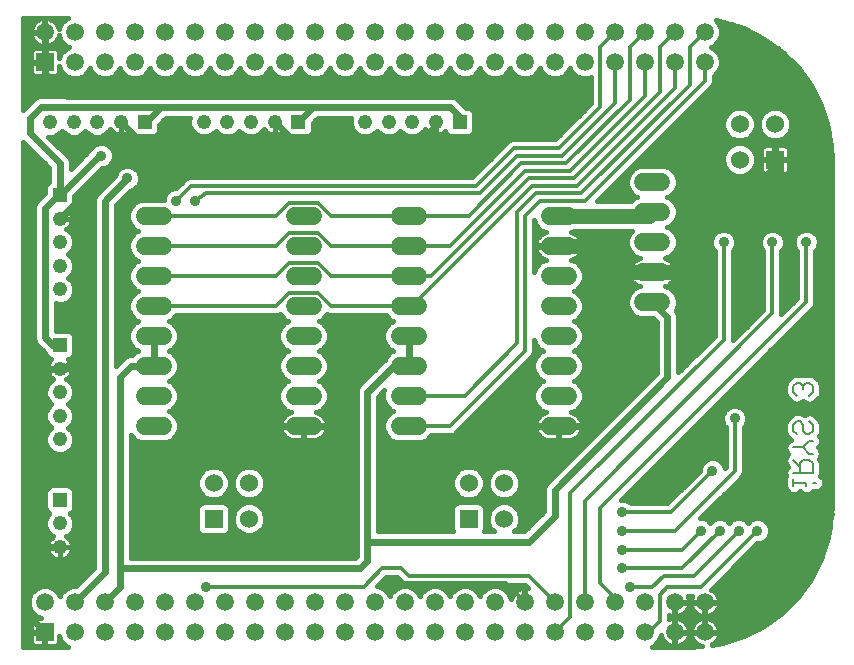
<source format=gbl>
G75*
%MOIN*%
%OFA0B0*%
%FSLAX25Y25*%
%IPPOS*%
%LPD*%
%AMOC8*
5,1,8,0,0,1.08239X$1,22.5*
%
%ADD10C,0.00600*%
%ADD11R,0.06024X0.06024*%
%ADD12C,0.06024*%
%ADD13C,0.06000*%
%ADD14R,0.05906X0.05906*%
%ADD15C,0.05906*%
%ADD16R,0.04800X0.04800*%
%ADD17C,0.04800*%
%ADD18C,0.01600*%
%ADD19C,0.02400*%
%ADD20C,0.01200*%
%ADD21C,0.03569*%
%ADD22C,0.05000*%
D10*
X0264550Y0058075D02*
X0264550Y0060211D01*
X0264550Y0059143D02*
X0268820Y0059143D01*
X0268820Y0058075D01*
X0270955Y0059143D02*
X0272023Y0059143D01*
X0270955Y0062372D02*
X0270955Y0065575D01*
X0269888Y0066643D01*
X0267753Y0066643D01*
X0266685Y0065575D01*
X0266685Y0062372D01*
X0264550Y0062372D02*
X0270955Y0062372D01*
X0266685Y0064508D02*
X0264550Y0066643D01*
X0264550Y0070953D02*
X0267753Y0070953D01*
X0269888Y0073088D01*
X0270955Y0073088D01*
X0269888Y0075263D02*
X0268820Y0075263D01*
X0267753Y0076331D01*
X0267753Y0078466D01*
X0266685Y0079534D01*
X0265618Y0079534D01*
X0264550Y0078466D01*
X0264550Y0076331D01*
X0265618Y0075263D01*
X0269888Y0075263D02*
X0270955Y0076331D01*
X0270955Y0078466D01*
X0269888Y0079534D01*
X0269888Y0088154D02*
X0270955Y0089222D01*
X0270955Y0091357D01*
X0269888Y0092425D01*
X0268820Y0092425D01*
X0267753Y0091357D01*
X0266685Y0092425D01*
X0265618Y0092425D01*
X0264550Y0091357D01*
X0264550Y0089222D01*
X0265618Y0088154D01*
X0267753Y0090290D02*
X0267753Y0091357D01*
X0267753Y0070953D02*
X0269888Y0068818D01*
X0270955Y0068818D01*
D11*
X0156250Y0047144D03*
X0071250Y0047144D03*
X0258406Y0166800D03*
D12*
X0246594Y0166800D03*
X0246594Y0178611D03*
X0258406Y0178611D03*
X0168061Y0058956D03*
X0156250Y0058956D03*
X0168061Y0047144D03*
X0083061Y0047144D03*
X0083061Y0058956D03*
X0071250Y0058956D03*
D13*
X0054250Y0078050D02*
X0048250Y0078050D01*
X0048250Y0088050D02*
X0054250Y0088050D01*
X0054250Y0098050D02*
X0048250Y0098050D01*
X0048250Y0108050D02*
X0054250Y0108050D01*
X0054250Y0118050D02*
X0048250Y0118050D01*
X0048250Y0128050D02*
X0054250Y0128050D01*
X0054250Y0138050D02*
X0048250Y0138050D01*
X0048250Y0148050D02*
X0054250Y0148050D01*
X0098250Y0148050D02*
X0104250Y0148050D01*
X0104250Y0138050D02*
X0098250Y0138050D01*
X0098250Y0128050D02*
X0104250Y0128050D01*
X0104250Y0118050D02*
X0098250Y0118050D01*
X0098250Y0108050D02*
X0104250Y0108050D01*
X0104250Y0098050D02*
X0098250Y0098050D01*
X0098250Y0088050D02*
X0104250Y0088050D01*
X0104250Y0078050D02*
X0098250Y0078050D01*
X0133250Y0078050D02*
X0139250Y0078050D01*
X0139250Y0088050D02*
X0133250Y0088050D01*
X0133250Y0098050D02*
X0139250Y0098050D01*
X0139250Y0108050D02*
X0133250Y0108050D01*
X0133250Y0118050D02*
X0139250Y0118050D01*
X0139250Y0128050D02*
X0133250Y0128050D01*
X0133250Y0138050D02*
X0139250Y0138050D01*
X0139250Y0148050D02*
X0133250Y0148050D01*
X0183250Y0148050D02*
X0189250Y0148050D01*
X0189250Y0138050D02*
X0183250Y0138050D01*
X0183250Y0128050D02*
X0189250Y0128050D01*
X0189250Y0118050D02*
X0183250Y0118050D01*
X0183250Y0108050D02*
X0189250Y0108050D01*
X0189250Y0098050D02*
X0183250Y0098050D01*
X0183250Y0088050D02*
X0189250Y0088050D01*
X0189250Y0078050D02*
X0183250Y0078050D01*
X0214500Y0119300D02*
X0220500Y0119300D01*
X0220500Y0129300D02*
X0214500Y0129300D01*
X0214500Y0139300D02*
X0220500Y0139300D01*
X0220500Y0149300D02*
X0214500Y0149300D01*
X0214500Y0159300D02*
X0220500Y0159300D01*
D14*
X0015000Y0199300D03*
X0015000Y0009300D03*
D15*
X0015000Y0019300D03*
X0025000Y0019300D03*
X0035000Y0019300D03*
X0045000Y0019300D03*
X0055000Y0019300D03*
X0065000Y0019300D03*
X0065000Y0009300D03*
X0055000Y0009300D03*
X0045000Y0009300D03*
X0035000Y0009300D03*
X0025000Y0009300D03*
X0075000Y0009300D03*
X0085000Y0009300D03*
X0095000Y0009300D03*
X0105000Y0009300D03*
X0115000Y0009300D03*
X0115000Y0019300D03*
X0105000Y0019300D03*
X0095000Y0019300D03*
X0085000Y0019300D03*
X0075000Y0019300D03*
X0125000Y0019300D03*
X0135000Y0019300D03*
X0145000Y0019300D03*
X0155000Y0019300D03*
X0165000Y0019300D03*
X0165000Y0009300D03*
X0155000Y0009300D03*
X0145000Y0009300D03*
X0135000Y0009300D03*
X0125000Y0009300D03*
X0175000Y0009300D03*
X0185000Y0009300D03*
X0195000Y0009300D03*
X0205000Y0009300D03*
X0215000Y0009300D03*
X0215000Y0019300D03*
X0205000Y0019300D03*
X0195000Y0019300D03*
X0185000Y0019300D03*
X0175000Y0019300D03*
X0225000Y0019300D03*
X0235000Y0019300D03*
X0235000Y0009300D03*
X0225000Y0009300D03*
X0225000Y0199300D03*
X0235000Y0199300D03*
X0235000Y0209300D03*
X0225000Y0209300D03*
X0215000Y0209300D03*
X0205000Y0209300D03*
X0195000Y0209300D03*
X0185000Y0209300D03*
X0175000Y0209300D03*
X0165000Y0209300D03*
X0155000Y0209300D03*
X0145000Y0209300D03*
X0135000Y0209300D03*
X0125000Y0209300D03*
X0115000Y0209300D03*
X0105000Y0209300D03*
X0095000Y0209300D03*
X0085000Y0209300D03*
X0075000Y0209300D03*
X0065000Y0209300D03*
X0055000Y0209300D03*
X0045000Y0209300D03*
X0035000Y0209300D03*
X0025000Y0209300D03*
X0015000Y0209300D03*
X0025000Y0199300D03*
X0035000Y0199300D03*
X0045000Y0199300D03*
X0055000Y0199300D03*
X0065000Y0199300D03*
X0075000Y0199300D03*
X0085000Y0199300D03*
X0095000Y0199300D03*
X0105000Y0199300D03*
X0115000Y0199300D03*
X0125000Y0199300D03*
X0135000Y0199300D03*
X0145000Y0199300D03*
X0155000Y0199300D03*
X0165000Y0199300D03*
X0175000Y0199300D03*
X0185000Y0199300D03*
X0195000Y0199300D03*
X0205000Y0199300D03*
X0215000Y0199300D03*
D16*
X0153248Y0179300D03*
X0099498Y0179300D03*
X0048248Y0179300D03*
X0020000Y0155048D03*
X0020000Y0105048D03*
X0020000Y0053424D03*
D17*
X0020000Y0045550D03*
X0020000Y0037676D03*
X0020000Y0073552D03*
X0020000Y0081426D03*
X0020000Y0089300D03*
X0020000Y0097174D03*
X0020000Y0123552D03*
X0020000Y0131426D03*
X0020000Y0139300D03*
X0020000Y0147174D03*
X0016752Y0179300D03*
X0024626Y0179300D03*
X0032500Y0179300D03*
X0040374Y0179300D03*
X0068002Y0179300D03*
X0075876Y0179300D03*
X0083750Y0179300D03*
X0091624Y0179300D03*
X0121752Y0179300D03*
X0129626Y0179300D03*
X0137500Y0179300D03*
X0145374Y0179300D03*
D18*
X0007650Y0172809D02*
X0007650Y0004450D01*
X0022722Y0004450D01*
X0021968Y0004762D01*
X0020462Y0006268D01*
X0019753Y0007981D01*
X0019753Y0006110D01*
X0019630Y0005652D01*
X0019393Y0005242D01*
X0019058Y0004907D01*
X0018648Y0004670D01*
X0018190Y0004547D01*
X0015184Y0004547D01*
X0015184Y0009116D01*
X0014816Y0009116D01*
X0014816Y0004547D01*
X0011810Y0004547D01*
X0011352Y0004670D01*
X0010942Y0004907D01*
X0010607Y0005242D01*
X0010370Y0005652D01*
X0010247Y0006110D01*
X0010247Y0009116D01*
X0014816Y0009116D01*
X0014816Y0009484D01*
X0010247Y0009484D01*
X0010247Y0012490D01*
X0010370Y0012948D01*
X0010607Y0013358D01*
X0010942Y0013693D01*
X0011352Y0013930D01*
X0011810Y0014053D01*
X0013681Y0014053D01*
X0011968Y0014762D01*
X0010462Y0016268D01*
X0009647Y0018235D01*
X0009647Y0020365D01*
X0010462Y0022332D01*
X0011968Y0023838D01*
X0013935Y0024653D01*
X0016065Y0024653D01*
X0018032Y0023838D01*
X0019538Y0022332D01*
X0020000Y0021216D01*
X0020462Y0022332D01*
X0021968Y0023838D01*
X0023935Y0024653D01*
X0025262Y0024653D01*
X0031400Y0030791D01*
X0031400Y0153766D01*
X0031948Y0155089D01*
X0032961Y0156102D01*
X0032961Y0156102D01*
X0038369Y0161510D01*
X0038953Y0162920D01*
X0040130Y0164097D01*
X0041668Y0164734D01*
X0043332Y0164734D01*
X0044870Y0164097D01*
X0046047Y0162920D01*
X0046684Y0161382D01*
X0046684Y0159718D01*
X0046047Y0158180D01*
X0044870Y0157003D01*
X0043460Y0156419D01*
X0038600Y0151559D01*
X0038600Y0097991D01*
X0041711Y0101102D01*
X0043034Y0101650D01*
X0044213Y0101650D01*
X0045191Y0102628D01*
X0046210Y0103050D01*
X0045191Y0103472D01*
X0043672Y0104991D01*
X0042850Y0106976D01*
X0042850Y0109124D01*
X0043672Y0111109D01*
X0045191Y0112628D01*
X0046210Y0113050D01*
X0045191Y0113472D01*
X0043672Y0114991D01*
X0042850Y0116976D01*
X0042850Y0119124D01*
X0043672Y0121109D01*
X0045191Y0122628D01*
X0046210Y0123050D01*
X0045191Y0123472D01*
X0043672Y0124991D01*
X0042850Y0126976D01*
X0042850Y0129124D01*
X0043672Y0131109D01*
X0045191Y0132628D01*
X0046210Y0133050D01*
X0045191Y0133472D01*
X0043672Y0134991D01*
X0042850Y0136976D01*
X0042850Y0139124D01*
X0043672Y0141109D01*
X0045191Y0142628D01*
X0046210Y0143050D01*
X0045191Y0143472D01*
X0043672Y0144991D01*
X0042850Y0146976D01*
X0042850Y0149124D01*
X0043672Y0151109D01*
X0045191Y0152628D01*
X0047176Y0153450D01*
X0054566Y0153450D01*
X0054566Y0153882D01*
X0055203Y0155420D01*
X0056380Y0156597D01*
X0057918Y0157234D01*
X0058692Y0157234D01*
X0062051Y0160593D01*
X0063153Y0161050D01*
X0157507Y0161050D01*
X0169551Y0173093D01*
X0170653Y0173550D01*
X0185007Y0173550D01*
X0197000Y0185543D01*
X0197000Y0194335D01*
X0196065Y0193947D01*
X0193935Y0193947D01*
X0191968Y0194762D01*
X0190462Y0196268D01*
X0190000Y0197384D01*
X0189538Y0196268D01*
X0188032Y0194762D01*
X0186065Y0193947D01*
X0183935Y0193947D01*
X0181968Y0194762D01*
X0180462Y0196268D01*
X0180000Y0197384D01*
X0179538Y0196268D01*
X0178032Y0194762D01*
X0176065Y0193947D01*
X0173935Y0193947D01*
X0171968Y0194762D01*
X0170462Y0196268D01*
X0170000Y0197384D01*
X0169538Y0196268D01*
X0168032Y0194762D01*
X0166065Y0193947D01*
X0163935Y0193947D01*
X0161968Y0194762D01*
X0160462Y0196268D01*
X0160000Y0197384D01*
X0159538Y0196268D01*
X0158032Y0194762D01*
X0156065Y0193947D01*
X0153935Y0193947D01*
X0151968Y0194762D01*
X0150462Y0196268D01*
X0150000Y0197384D01*
X0149538Y0196268D01*
X0148032Y0194762D01*
X0146065Y0193947D01*
X0143935Y0193947D01*
X0141968Y0194762D01*
X0140462Y0196268D01*
X0140000Y0197384D01*
X0139538Y0196268D01*
X0138032Y0194762D01*
X0136065Y0193947D01*
X0133935Y0193947D01*
X0131968Y0194762D01*
X0130462Y0196268D01*
X0130000Y0197384D01*
X0129538Y0196268D01*
X0128032Y0194762D01*
X0126065Y0193947D01*
X0123935Y0193947D01*
X0121968Y0194762D01*
X0120462Y0196268D01*
X0120000Y0197384D01*
X0119538Y0196268D01*
X0118032Y0194762D01*
X0116065Y0193947D01*
X0113935Y0193947D01*
X0111968Y0194762D01*
X0110462Y0196268D01*
X0110000Y0197384D01*
X0109538Y0196268D01*
X0108032Y0194762D01*
X0106065Y0193947D01*
X0103935Y0193947D01*
X0101968Y0194762D01*
X0100462Y0196268D01*
X0100000Y0197384D01*
X0099538Y0196268D01*
X0098032Y0194762D01*
X0096065Y0193947D01*
X0093935Y0193947D01*
X0091968Y0194762D01*
X0090462Y0196268D01*
X0090000Y0197384D01*
X0089538Y0196268D01*
X0088032Y0194762D01*
X0086065Y0193947D01*
X0083935Y0193947D01*
X0081968Y0194762D01*
X0080462Y0196268D01*
X0080000Y0197384D01*
X0079538Y0196268D01*
X0078032Y0194762D01*
X0076065Y0193947D01*
X0073935Y0193947D01*
X0071968Y0194762D01*
X0070462Y0196268D01*
X0070000Y0197384D01*
X0069538Y0196268D01*
X0068032Y0194762D01*
X0066065Y0193947D01*
X0063935Y0193947D01*
X0061968Y0194762D01*
X0060462Y0196268D01*
X0060000Y0197384D01*
X0059538Y0196268D01*
X0058032Y0194762D01*
X0056065Y0193947D01*
X0053935Y0193947D01*
X0051968Y0194762D01*
X0050462Y0196268D01*
X0050000Y0197384D01*
X0049538Y0196268D01*
X0048032Y0194762D01*
X0046065Y0193947D01*
X0043935Y0193947D01*
X0041968Y0194762D01*
X0040462Y0196268D01*
X0040000Y0197384D01*
X0039538Y0196268D01*
X0038032Y0194762D01*
X0036065Y0193947D01*
X0033935Y0193947D01*
X0031968Y0194762D01*
X0030462Y0196268D01*
X0030000Y0197384D01*
X0029538Y0196268D01*
X0028032Y0194762D01*
X0026065Y0193947D01*
X0023935Y0193947D01*
X0021968Y0194762D01*
X0020462Y0196268D01*
X0019753Y0197981D01*
X0019753Y0196110D01*
X0019630Y0195652D01*
X0019393Y0195242D01*
X0019058Y0194907D01*
X0018648Y0194670D01*
X0018190Y0194547D01*
X0015184Y0194547D01*
X0015184Y0199116D01*
X0014816Y0199116D01*
X0014816Y0194547D01*
X0011810Y0194547D01*
X0011352Y0194670D01*
X0010942Y0194907D01*
X0010607Y0195242D01*
X0010370Y0195652D01*
X0010247Y0196110D01*
X0010247Y0199116D01*
X0014816Y0199116D01*
X0014816Y0199484D01*
X0010247Y0199484D01*
X0010247Y0202490D01*
X0010370Y0202948D01*
X0010607Y0203358D01*
X0010942Y0203693D01*
X0011352Y0203930D01*
X0011810Y0204053D01*
X0014816Y0204053D01*
X0014816Y0199484D01*
X0015184Y0199484D01*
X0015184Y0204053D01*
X0018190Y0204053D01*
X0018648Y0203930D01*
X0019058Y0203693D01*
X0019393Y0203358D01*
X0019630Y0202948D01*
X0019753Y0202490D01*
X0019753Y0200619D01*
X0020462Y0202332D01*
X0021968Y0203838D01*
X0023084Y0204300D01*
X0021968Y0204762D01*
X0020462Y0206268D01*
X0019647Y0208235D01*
X0019647Y0208260D01*
X0019636Y0208187D01*
X0019405Y0207476D01*
X0019065Y0206809D01*
X0018625Y0206204D01*
X0018096Y0205675D01*
X0017491Y0205235D01*
X0016824Y0204895D01*
X0016113Y0204664D01*
X0015374Y0204547D01*
X0015184Y0204547D01*
X0015184Y0209116D01*
X0014816Y0209116D01*
X0014816Y0204547D01*
X0014626Y0204547D01*
X0013887Y0204664D01*
X0013176Y0204895D01*
X0012509Y0205235D01*
X0011904Y0205675D01*
X0011375Y0206204D01*
X0010935Y0206809D01*
X0010595Y0207476D01*
X0010364Y0208187D01*
X0010247Y0208926D01*
X0010247Y0209116D01*
X0014816Y0209116D01*
X0014816Y0209484D01*
X0010247Y0209484D01*
X0010247Y0209674D01*
X0010364Y0210413D01*
X0010595Y0211124D01*
X0010935Y0211791D01*
X0011375Y0212396D01*
X0011904Y0212925D01*
X0012509Y0213365D01*
X0013176Y0213705D01*
X0013887Y0213936D01*
X0014626Y0214053D01*
X0014816Y0214053D01*
X0014816Y0209484D01*
X0015184Y0209484D01*
X0015184Y0214053D01*
X0015374Y0214053D01*
X0016113Y0213936D01*
X0016824Y0213705D01*
X0017491Y0213365D01*
X0018096Y0212925D01*
X0018625Y0212396D01*
X0019065Y0211791D01*
X0019405Y0211124D01*
X0019636Y0210413D01*
X0019647Y0210340D01*
X0019647Y0210365D01*
X0020462Y0212332D01*
X0021968Y0213838D01*
X0022722Y0214150D01*
X0007650Y0214150D01*
X0007650Y0183291D01*
X0010698Y0186339D01*
X0011711Y0187352D01*
X0013034Y0187900D01*
X0150716Y0187900D01*
X0152039Y0187352D01*
X0153052Y0186339D01*
X0155291Y0184100D01*
X0156125Y0184100D01*
X0157008Y0183735D01*
X0157683Y0183059D01*
X0158048Y0182177D01*
X0158048Y0176423D01*
X0157683Y0175541D01*
X0157008Y0174865D01*
X0156125Y0174500D01*
X0150371Y0174500D01*
X0149489Y0174865D01*
X0148813Y0175541D01*
X0148448Y0176423D01*
X0148448Y0176434D01*
X0148110Y0176096D01*
X0147575Y0175708D01*
X0146986Y0175408D01*
X0146358Y0175203D01*
X0145705Y0175100D01*
X0145374Y0175100D01*
X0145374Y0179300D01*
X0145374Y0179300D01*
X0145374Y0175100D01*
X0145043Y0175100D01*
X0144391Y0175203D01*
X0143762Y0175408D01*
X0143173Y0175708D01*
X0142638Y0176096D01*
X0142170Y0176564D01*
X0141783Y0177097D01*
X0141569Y0176581D01*
X0140219Y0175231D01*
X0138455Y0174500D01*
X0136545Y0174500D01*
X0134781Y0175231D01*
X0133563Y0176449D01*
X0132345Y0175231D01*
X0130581Y0174500D01*
X0128671Y0174500D01*
X0126907Y0175231D01*
X0125689Y0176449D01*
X0124471Y0175231D01*
X0122707Y0174500D01*
X0120797Y0174500D01*
X0119033Y0175231D01*
X0117683Y0176581D01*
X0116952Y0178345D01*
X0116952Y0180255D01*
X0117136Y0180700D01*
X0105989Y0180700D01*
X0104298Y0179009D01*
X0104298Y0176423D01*
X0103933Y0175541D01*
X0103258Y0174865D01*
X0102375Y0174500D01*
X0096621Y0174500D01*
X0095739Y0174865D01*
X0095063Y0175541D01*
X0094698Y0176423D01*
X0094698Y0176434D01*
X0094360Y0176096D01*
X0093825Y0175708D01*
X0093236Y0175408D01*
X0092608Y0175203D01*
X0091955Y0175100D01*
X0091624Y0175100D01*
X0091624Y0179300D01*
X0091624Y0179300D01*
X0091624Y0175100D01*
X0091293Y0175100D01*
X0090641Y0175203D01*
X0090012Y0175408D01*
X0089423Y0175708D01*
X0088888Y0176096D01*
X0088420Y0176564D01*
X0088033Y0177097D01*
X0087819Y0176581D01*
X0086469Y0175231D01*
X0084705Y0174500D01*
X0082795Y0174500D01*
X0081031Y0175231D01*
X0079813Y0176449D01*
X0078595Y0175231D01*
X0076831Y0174500D01*
X0074921Y0174500D01*
X0073157Y0175231D01*
X0071939Y0176449D01*
X0070721Y0175231D01*
X0068957Y0174500D01*
X0067047Y0174500D01*
X0065283Y0175231D01*
X0063933Y0176581D01*
X0063202Y0178345D01*
X0063202Y0180255D01*
X0063386Y0180700D01*
X0055241Y0180700D01*
X0053048Y0178507D01*
X0053048Y0176423D01*
X0052683Y0175541D01*
X0052008Y0174865D01*
X0051125Y0174500D01*
X0045371Y0174500D01*
X0044489Y0174865D01*
X0043813Y0175541D01*
X0043448Y0176423D01*
X0043448Y0176434D01*
X0043110Y0176096D01*
X0042575Y0175708D01*
X0041986Y0175408D01*
X0041358Y0175203D01*
X0040705Y0175100D01*
X0040374Y0175100D01*
X0040374Y0179300D01*
X0040374Y0179300D01*
X0040374Y0175100D01*
X0040043Y0175100D01*
X0039391Y0175203D01*
X0038762Y0175408D01*
X0038173Y0175708D01*
X0037638Y0176096D01*
X0037170Y0176564D01*
X0036783Y0177097D01*
X0036569Y0176581D01*
X0035219Y0175231D01*
X0033455Y0174500D01*
X0031545Y0174500D01*
X0029781Y0175231D01*
X0028563Y0176449D01*
X0027345Y0175231D01*
X0025581Y0174500D01*
X0023671Y0174500D01*
X0021907Y0175231D01*
X0020689Y0176449D01*
X0019471Y0175231D01*
X0017707Y0174500D01*
X0016141Y0174500D01*
X0023052Y0167589D01*
X0023600Y0166266D01*
X0023600Y0163739D01*
X0030147Y0170287D01*
X0030203Y0170420D01*
X0031380Y0171597D01*
X0032918Y0172234D01*
X0034582Y0172234D01*
X0036120Y0171597D01*
X0037297Y0170420D01*
X0037934Y0168882D01*
X0037934Y0167218D01*
X0037297Y0165680D01*
X0036120Y0164503D01*
X0034582Y0163866D01*
X0033909Y0163866D01*
X0024800Y0154757D01*
X0024800Y0152171D01*
X0024435Y0151289D01*
X0023759Y0150613D01*
X0022877Y0150248D01*
X0022866Y0150248D01*
X0023204Y0149910D01*
X0023592Y0149375D01*
X0023892Y0148786D01*
X0024097Y0148158D01*
X0024200Y0147505D01*
X0024200Y0147174D01*
X0020000Y0147174D01*
X0020000Y0147174D01*
X0024200Y0147174D01*
X0024200Y0146843D01*
X0024097Y0146191D01*
X0023892Y0145562D01*
X0023592Y0144973D01*
X0023204Y0144438D01*
X0022736Y0143970D01*
X0022203Y0143583D01*
X0022719Y0143369D01*
X0024069Y0142019D01*
X0024800Y0140255D01*
X0024800Y0138345D01*
X0024069Y0136581D01*
X0022851Y0135363D01*
X0024069Y0134145D01*
X0024800Y0132381D01*
X0024800Y0130471D01*
X0024069Y0128707D01*
X0022851Y0127489D01*
X0024069Y0126271D01*
X0024800Y0124507D01*
X0024800Y0122597D01*
X0024069Y0120833D01*
X0022719Y0119483D01*
X0020955Y0118752D01*
X0019045Y0118752D01*
X0018600Y0118936D01*
X0018600Y0109848D01*
X0022877Y0109848D01*
X0023759Y0109483D01*
X0024435Y0108808D01*
X0024800Y0107925D01*
X0024800Y0102171D01*
X0024435Y0101289D01*
X0023759Y0100613D01*
X0022877Y0100248D01*
X0022866Y0100248D01*
X0023204Y0099910D01*
X0023592Y0099375D01*
X0023892Y0098786D01*
X0024097Y0098158D01*
X0024200Y0097505D01*
X0024200Y0097174D01*
X0020000Y0097174D01*
X0020000Y0097174D01*
X0024200Y0097174D01*
X0024200Y0096843D01*
X0024097Y0096191D01*
X0023892Y0095562D01*
X0023592Y0094973D01*
X0023204Y0094438D01*
X0022736Y0093970D01*
X0022203Y0093583D01*
X0022719Y0093369D01*
X0024069Y0092019D01*
X0024800Y0090255D01*
X0024800Y0088345D01*
X0024069Y0086581D01*
X0022851Y0085363D01*
X0024069Y0084145D01*
X0024800Y0082381D01*
X0024800Y0080471D01*
X0024069Y0078707D01*
X0022851Y0077489D01*
X0024069Y0076271D01*
X0024800Y0074507D01*
X0024800Y0072597D01*
X0024069Y0070833D01*
X0022719Y0069483D01*
X0020955Y0068752D01*
X0019045Y0068752D01*
X0017281Y0069483D01*
X0015931Y0070833D01*
X0015200Y0072597D01*
X0015200Y0074507D01*
X0015931Y0076271D01*
X0017149Y0077489D01*
X0015931Y0078707D01*
X0015200Y0080471D01*
X0015200Y0082381D01*
X0015931Y0084145D01*
X0017149Y0085363D01*
X0015931Y0086581D01*
X0015200Y0088345D01*
X0015200Y0090255D01*
X0015931Y0092019D01*
X0017281Y0093369D01*
X0017797Y0093583D01*
X0017264Y0093970D01*
X0016796Y0094438D01*
X0016408Y0094973D01*
X0016108Y0095562D01*
X0015903Y0096191D01*
X0015800Y0096843D01*
X0015800Y0097174D01*
X0020000Y0097174D01*
X0020000Y0097174D01*
X0015800Y0097174D01*
X0015800Y0097505D01*
X0015903Y0098158D01*
X0016108Y0098786D01*
X0016408Y0099375D01*
X0016796Y0099910D01*
X0017134Y0100248D01*
X0017123Y0100248D01*
X0016241Y0100613D01*
X0015565Y0101289D01*
X0015200Y0102171D01*
X0015200Y0102257D01*
X0011948Y0105509D01*
X0011400Y0106832D01*
X0011400Y0151266D01*
X0011948Y0152589D01*
X0012961Y0153602D01*
X0015200Y0155841D01*
X0015200Y0157925D01*
X0015565Y0158808D01*
X0016241Y0159483D01*
X0016400Y0159549D01*
X0016400Y0164059D01*
X0007961Y0172498D01*
X0007961Y0172498D01*
X0007650Y0172809D01*
X0007650Y0171939D02*
X0008520Y0171939D01*
X0007650Y0170341D02*
X0010118Y0170341D01*
X0011717Y0168742D02*
X0007650Y0168742D01*
X0007650Y0167144D02*
X0013315Y0167144D01*
X0014914Y0165545D02*
X0007650Y0165545D01*
X0007650Y0163947D02*
X0016400Y0163947D01*
X0016400Y0162348D02*
X0007650Y0162348D01*
X0007650Y0160750D02*
X0016400Y0160750D01*
X0015909Y0159151D02*
X0007650Y0159151D01*
X0007650Y0157553D02*
X0015200Y0157553D01*
X0015200Y0155954D02*
X0007650Y0155954D01*
X0007650Y0154356D02*
X0013714Y0154356D01*
X0012116Y0152757D02*
X0007650Y0152757D01*
X0007650Y0151159D02*
X0011400Y0151159D01*
X0011400Y0149560D02*
X0007650Y0149560D01*
X0007650Y0147962D02*
X0011400Y0147962D01*
X0011400Y0146363D02*
X0007650Y0146363D01*
X0007650Y0144765D02*
X0011400Y0144765D01*
X0011400Y0143166D02*
X0007650Y0143166D01*
X0007650Y0141568D02*
X0011400Y0141568D01*
X0011400Y0139969D02*
X0007650Y0139969D01*
X0007650Y0138370D02*
X0011400Y0138370D01*
X0011400Y0136772D02*
X0007650Y0136772D01*
X0007650Y0135173D02*
X0011400Y0135173D01*
X0011400Y0133575D02*
X0007650Y0133575D01*
X0007650Y0131976D02*
X0011400Y0131976D01*
X0011400Y0130378D02*
X0007650Y0130378D01*
X0007650Y0128779D02*
X0011400Y0128779D01*
X0011400Y0127181D02*
X0007650Y0127181D01*
X0007650Y0125582D02*
X0011400Y0125582D01*
X0011400Y0123984D02*
X0007650Y0123984D01*
X0007650Y0122385D02*
X0011400Y0122385D01*
X0011400Y0120787D02*
X0007650Y0120787D01*
X0007650Y0119188D02*
X0011400Y0119188D01*
X0011400Y0117590D02*
X0007650Y0117590D01*
X0007650Y0115991D02*
X0011400Y0115991D01*
X0011400Y0114393D02*
X0007650Y0114393D01*
X0007650Y0112794D02*
X0011400Y0112794D01*
X0011400Y0111196D02*
X0007650Y0111196D01*
X0007650Y0109597D02*
X0011400Y0109597D01*
X0011400Y0107999D02*
X0007650Y0107999D01*
X0007650Y0106400D02*
X0011579Y0106400D01*
X0012655Y0104802D02*
X0007650Y0104802D01*
X0007650Y0103203D02*
X0014254Y0103203D01*
X0015434Y0101605D02*
X0007650Y0101605D01*
X0007650Y0100006D02*
X0016893Y0100006D01*
X0015985Y0098408D02*
X0007650Y0098408D01*
X0007650Y0096809D02*
X0015805Y0096809D01*
X0016287Y0095211D02*
X0007650Y0095211D01*
X0007650Y0093612D02*
X0017757Y0093612D01*
X0015929Y0092014D02*
X0007650Y0092014D01*
X0007650Y0090415D02*
X0015266Y0090415D01*
X0015200Y0088817D02*
X0007650Y0088817D01*
X0007650Y0087218D02*
X0015667Y0087218D01*
X0016892Y0085620D02*
X0007650Y0085620D01*
X0007650Y0084021D02*
X0015879Y0084021D01*
X0015217Y0082423D02*
X0007650Y0082423D01*
X0007650Y0080824D02*
X0015200Y0080824D01*
X0015716Y0079226D02*
X0007650Y0079226D01*
X0007650Y0077627D02*
X0017011Y0077627D01*
X0015830Y0076029D02*
X0007650Y0076029D01*
X0007650Y0074430D02*
X0015200Y0074430D01*
X0015200Y0072832D02*
X0007650Y0072832D01*
X0007650Y0071233D02*
X0015765Y0071233D01*
X0017129Y0069634D02*
X0007650Y0069634D01*
X0007650Y0068036D02*
X0031400Y0068036D01*
X0031400Y0069634D02*
X0022871Y0069634D01*
X0024235Y0071233D02*
X0031400Y0071233D01*
X0031400Y0072832D02*
X0024800Y0072832D01*
X0024800Y0074430D02*
X0031400Y0074430D01*
X0031400Y0076029D02*
X0024170Y0076029D01*
X0022989Y0077627D02*
X0031400Y0077627D01*
X0031400Y0079226D02*
X0024284Y0079226D01*
X0024800Y0080824D02*
X0031400Y0080824D01*
X0031400Y0082423D02*
X0024783Y0082423D01*
X0024121Y0084021D02*
X0031400Y0084021D01*
X0031400Y0085620D02*
X0023108Y0085620D01*
X0024333Y0087218D02*
X0031400Y0087218D01*
X0031400Y0088817D02*
X0024800Y0088817D01*
X0024734Y0090415D02*
X0031400Y0090415D01*
X0031400Y0092014D02*
X0024071Y0092014D01*
X0022243Y0093612D02*
X0031400Y0093612D01*
X0031400Y0095211D02*
X0023713Y0095211D01*
X0024195Y0096809D02*
X0031400Y0096809D01*
X0031400Y0098408D02*
X0024015Y0098408D01*
X0023107Y0100006D02*
X0031400Y0100006D01*
X0031400Y0101605D02*
X0024566Y0101605D01*
X0024800Y0103203D02*
X0031400Y0103203D01*
X0031400Y0104802D02*
X0024800Y0104802D01*
X0024800Y0106400D02*
X0031400Y0106400D01*
X0031400Y0107999D02*
X0024770Y0107999D01*
X0023483Y0109597D02*
X0031400Y0109597D01*
X0031400Y0111196D02*
X0018600Y0111196D01*
X0018600Y0112794D02*
X0031400Y0112794D01*
X0031400Y0114393D02*
X0018600Y0114393D01*
X0018600Y0115991D02*
X0031400Y0115991D01*
X0031400Y0117590D02*
X0018600Y0117590D01*
X0022008Y0119188D02*
X0031400Y0119188D01*
X0031400Y0120787D02*
X0024023Y0120787D01*
X0024712Y0122385D02*
X0031400Y0122385D01*
X0031400Y0123984D02*
X0024800Y0123984D01*
X0024354Y0125582D02*
X0031400Y0125582D01*
X0031400Y0127181D02*
X0023159Y0127181D01*
X0024099Y0128779D02*
X0031400Y0128779D01*
X0031400Y0130378D02*
X0024761Y0130378D01*
X0024800Y0131976D02*
X0031400Y0131976D01*
X0031400Y0133575D02*
X0024305Y0133575D01*
X0023041Y0135173D02*
X0031400Y0135173D01*
X0031400Y0136772D02*
X0024148Y0136772D01*
X0024800Y0138370D02*
X0031400Y0138370D01*
X0031400Y0139969D02*
X0024800Y0139969D01*
X0024256Y0141568D02*
X0031400Y0141568D01*
X0031400Y0143166D02*
X0022922Y0143166D01*
X0023441Y0144765D02*
X0031400Y0144765D01*
X0031400Y0146363D02*
X0024124Y0146363D01*
X0024128Y0147962D02*
X0031400Y0147962D01*
X0031400Y0149560D02*
X0023458Y0149560D01*
X0024305Y0151159D02*
X0031400Y0151159D01*
X0031400Y0152757D02*
X0024800Y0152757D01*
X0024800Y0154356D02*
X0031644Y0154356D01*
X0032813Y0155954D02*
X0025997Y0155954D01*
X0027596Y0157553D02*
X0034411Y0157553D01*
X0036010Y0159151D02*
X0029194Y0159151D01*
X0030793Y0160750D02*
X0037608Y0160750D01*
X0038716Y0162348D02*
X0032391Y0162348D01*
X0034778Y0163947D02*
X0039979Y0163947D01*
X0037163Y0165545D02*
X0162003Y0165545D01*
X0163601Y0167144D02*
X0037904Y0167144D01*
X0037934Y0168742D02*
X0165200Y0168742D01*
X0166798Y0170341D02*
X0037330Y0170341D01*
X0035295Y0171939D02*
X0168397Y0171939D01*
X0170624Y0173538D02*
X0017103Y0173538D01*
X0018702Y0171939D02*
X0032205Y0171939D01*
X0030170Y0170341D02*
X0020300Y0170341D01*
X0021899Y0168742D02*
X0028603Y0168742D01*
X0027005Y0167144D02*
X0023236Y0167144D01*
X0023600Y0165545D02*
X0025406Y0165545D01*
X0023807Y0163947D02*
X0023600Y0163947D01*
X0022135Y0175136D02*
X0019243Y0175136D01*
X0027117Y0175136D02*
X0030009Y0175136D01*
X0034991Y0175136D02*
X0039815Y0175136D01*
X0040374Y0175136D02*
X0040374Y0175136D01*
X0040933Y0175136D02*
X0044218Y0175136D01*
X0040374Y0176735D02*
X0040374Y0176735D01*
X0040374Y0178333D02*
X0040374Y0178333D01*
X0037046Y0176735D02*
X0036633Y0176735D01*
X0052278Y0175136D02*
X0065511Y0175136D01*
X0063869Y0176735D02*
X0053048Y0176735D01*
X0053048Y0178333D02*
X0063207Y0178333D01*
X0063202Y0179932D02*
X0054473Y0179932D01*
X0070493Y0175136D02*
X0073385Y0175136D01*
X0078367Y0175136D02*
X0081259Y0175136D01*
X0086241Y0175136D02*
X0091065Y0175136D01*
X0091624Y0175136D02*
X0091624Y0175136D01*
X0092183Y0175136D02*
X0095468Y0175136D01*
X0091624Y0176735D02*
X0091624Y0176735D01*
X0091624Y0178333D02*
X0091624Y0178333D01*
X0088296Y0176735D02*
X0087883Y0176735D01*
X0103528Y0175136D02*
X0119261Y0175136D01*
X0117619Y0176735D02*
X0104298Y0176735D01*
X0104298Y0178333D02*
X0116957Y0178333D01*
X0116952Y0179932D02*
X0105221Y0179932D01*
X0106961Y0194318D02*
X0113039Y0194318D01*
X0110813Y0195917D02*
X0109187Y0195917D01*
X0103039Y0194318D02*
X0096961Y0194318D01*
X0099187Y0195917D02*
X0100813Y0195917D01*
X0093039Y0194318D02*
X0086961Y0194318D01*
X0089187Y0195917D02*
X0090813Y0195917D01*
X0083039Y0194318D02*
X0076961Y0194318D01*
X0079187Y0195917D02*
X0080813Y0195917D01*
X0073039Y0194318D02*
X0066961Y0194318D01*
X0069187Y0195917D02*
X0070813Y0195917D01*
X0063039Y0194318D02*
X0056961Y0194318D01*
X0059187Y0195917D02*
X0060813Y0195917D01*
X0053039Y0194318D02*
X0046961Y0194318D01*
X0049187Y0195917D02*
X0050813Y0195917D01*
X0043039Y0194318D02*
X0036961Y0194318D01*
X0039187Y0195917D02*
X0040813Y0195917D01*
X0033039Y0194318D02*
X0026961Y0194318D01*
X0029187Y0195917D02*
X0030813Y0195917D01*
X0023039Y0194318D02*
X0007650Y0194318D01*
X0007650Y0192720D02*
X0197000Y0192720D01*
X0196961Y0194318D02*
X0197000Y0194318D01*
X0197000Y0191121D02*
X0007650Y0191121D01*
X0007650Y0189523D02*
X0197000Y0189523D01*
X0197000Y0187924D02*
X0007650Y0187924D01*
X0007650Y0186326D02*
X0010685Y0186326D01*
X0009086Y0184727D02*
X0007650Y0184727D01*
X0007650Y0195917D02*
X0010299Y0195917D01*
X0010247Y0197515D02*
X0007650Y0197515D01*
X0007650Y0199114D02*
X0010247Y0199114D01*
X0010247Y0200712D02*
X0007650Y0200712D01*
X0007650Y0202311D02*
X0010247Y0202311D01*
X0011317Y0203909D02*
X0007650Y0203909D01*
X0007650Y0205508D02*
X0012133Y0205508D01*
X0010784Y0207106D02*
X0007650Y0207106D01*
X0007650Y0208705D02*
X0010282Y0208705D01*
X0010347Y0210303D02*
X0007650Y0210303D01*
X0007650Y0211902D02*
X0011016Y0211902D01*
X0012775Y0213501D02*
X0007650Y0213501D01*
X0014816Y0213501D02*
X0015184Y0213501D01*
X0015184Y0211902D02*
X0014816Y0211902D01*
X0014816Y0210303D02*
X0015184Y0210303D01*
X0015184Y0208705D02*
X0014816Y0208705D01*
X0014816Y0207106D02*
X0015184Y0207106D01*
X0015184Y0205508D02*
X0014816Y0205508D01*
X0014816Y0203909D02*
X0015184Y0203909D01*
X0015184Y0202311D02*
X0014816Y0202311D01*
X0014816Y0200712D02*
X0015184Y0200712D01*
X0015184Y0199114D02*
X0014816Y0199114D01*
X0014816Y0197515D02*
X0015184Y0197515D01*
X0015184Y0195917D02*
X0014816Y0195917D01*
X0019701Y0195917D02*
X0020813Y0195917D01*
X0019945Y0197515D02*
X0019753Y0197515D01*
X0019753Y0200712D02*
X0019791Y0200712D01*
X0019753Y0202311D02*
X0020453Y0202311D01*
X0022141Y0203909D02*
X0018683Y0203909D01*
X0017867Y0205508D02*
X0021222Y0205508D01*
X0020115Y0207106D02*
X0019216Y0207106D01*
X0018984Y0211902D02*
X0020284Y0211902D01*
X0021631Y0213501D02*
X0017225Y0213501D01*
X0045021Y0163947D02*
X0160404Y0163947D01*
X0158806Y0162348D02*
X0046284Y0162348D01*
X0046684Y0160750D02*
X0062428Y0160750D01*
X0060608Y0159151D02*
X0046450Y0159151D01*
X0045420Y0157553D02*
X0059010Y0157553D01*
X0055737Y0155954D02*
X0042995Y0155954D01*
X0041397Y0154356D02*
X0054762Y0154356D01*
X0045503Y0152757D02*
X0039798Y0152757D01*
X0038600Y0151159D02*
X0043722Y0151159D01*
X0043031Y0149560D02*
X0038600Y0149560D01*
X0038600Y0147962D02*
X0042850Y0147962D01*
X0043104Y0146363D02*
X0038600Y0146363D01*
X0038600Y0144765D02*
X0043899Y0144765D01*
X0045930Y0143166D02*
X0038600Y0143166D01*
X0038600Y0141568D02*
X0044131Y0141568D01*
X0043200Y0139969D02*
X0038600Y0139969D01*
X0038600Y0138370D02*
X0042850Y0138370D01*
X0042934Y0136772D02*
X0038600Y0136772D01*
X0038600Y0135173D02*
X0043597Y0135173D01*
X0045088Y0133575D02*
X0038600Y0133575D01*
X0038600Y0131976D02*
X0044540Y0131976D01*
X0043369Y0130378D02*
X0038600Y0130378D01*
X0038600Y0128779D02*
X0042850Y0128779D01*
X0042850Y0127181D02*
X0038600Y0127181D01*
X0038600Y0125582D02*
X0043427Y0125582D01*
X0044679Y0123984D02*
X0038600Y0123984D01*
X0038600Y0122385D02*
X0044949Y0122385D01*
X0043539Y0120787D02*
X0038600Y0120787D01*
X0038600Y0119188D02*
X0042877Y0119188D01*
X0042850Y0117590D02*
X0038600Y0117590D01*
X0038600Y0115991D02*
X0043258Y0115991D01*
X0044270Y0114393D02*
X0038600Y0114393D01*
X0038600Y0112794D02*
X0045593Y0112794D01*
X0043759Y0111196D02*
X0038600Y0111196D01*
X0038600Y0109597D02*
X0043046Y0109597D01*
X0042850Y0107999D02*
X0038600Y0107999D01*
X0038600Y0106400D02*
X0043088Y0106400D01*
X0043861Y0104802D02*
X0038600Y0104802D01*
X0038600Y0103203D02*
X0045840Y0103203D01*
X0042925Y0101605D02*
X0038600Y0101605D01*
X0038600Y0100006D02*
X0040615Y0100006D01*
X0039017Y0098408D02*
X0038600Y0098408D01*
X0056290Y0103050D02*
X0057309Y0103472D01*
X0058828Y0104991D01*
X0059650Y0106976D01*
X0059650Y0109124D01*
X0058828Y0111109D01*
X0057309Y0112628D01*
X0056290Y0113050D01*
X0057309Y0113472D01*
X0058828Y0114991D01*
X0058852Y0115050D01*
X0092614Y0115050D01*
X0093496Y0115415D01*
X0093672Y0114991D01*
X0095191Y0113472D01*
X0096210Y0113050D01*
X0095191Y0112628D01*
X0093672Y0111109D01*
X0092850Y0109124D01*
X0092850Y0106976D01*
X0093672Y0104991D01*
X0095191Y0103472D01*
X0096210Y0103050D01*
X0095191Y0102628D01*
X0093672Y0101109D01*
X0092850Y0099124D01*
X0092850Y0096976D01*
X0093672Y0094991D01*
X0095191Y0093472D01*
X0096210Y0093050D01*
X0095191Y0092628D01*
X0093672Y0091109D01*
X0092850Y0089124D01*
X0092850Y0086976D01*
X0093672Y0084991D01*
X0095191Y0083472D01*
X0097043Y0082705D01*
X0096407Y0082498D01*
X0095734Y0082155D01*
X0095123Y0081711D01*
X0094589Y0081177D01*
X0094145Y0080566D01*
X0093802Y0079893D01*
X0093568Y0079174D01*
X0093450Y0078428D01*
X0093450Y0078250D01*
X0101050Y0078250D01*
X0101050Y0077850D01*
X0101450Y0077850D01*
X0101450Y0078250D01*
X0109050Y0078250D01*
X0109050Y0078428D01*
X0108932Y0079174D01*
X0108698Y0079893D01*
X0108355Y0080566D01*
X0107911Y0081177D01*
X0107377Y0081711D01*
X0106766Y0082155D01*
X0106093Y0082498D01*
X0105457Y0082705D01*
X0107309Y0083472D01*
X0108828Y0084991D01*
X0109650Y0086976D01*
X0109650Y0089124D01*
X0108828Y0091109D01*
X0107309Y0092628D01*
X0106290Y0093050D01*
X0107309Y0093472D01*
X0108828Y0094991D01*
X0109650Y0096976D01*
X0109650Y0099124D01*
X0108828Y0101109D01*
X0107309Y0102628D01*
X0106290Y0103050D01*
X0107309Y0103472D01*
X0108828Y0104991D01*
X0109650Y0106976D01*
X0109650Y0109124D01*
X0108828Y0111109D01*
X0107309Y0112628D01*
X0106290Y0113050D01*
X0107309Y0113472D01*
X0108828Y0114991D01*
X0109004Y0115415D01*
X0109886Y0115050D01*
X0128648Y0115050D01*
X0128672Y0114991D01*
X0130191Y0113472D01*
X0131210Y0113050D01*
X0130191Y0112628D01*
X0128672Y0111109D01*
X0127850Y0109124D01*
X0127850Y0106976D01*
X0128672Y0104991D01*
X0130191Y0103472D01*
X0131210Y0103050D01*
X0130191Y0102628D01*
X0128672Y0101109D01*
X0128286Y0100177D01*
X0128198Y0100089D01*
X0120461Y0092352D01*
X0120461Y0092352D01*
X0119448Y0091339D01*
X0118900Y0090016D01*
X0118900Y0034541D01*
X0118509Y0034150D01*
X0043600Y0034150D01*
X0043600Y0075165D01*
X0043672Y0074991D01*
X0045191Y0073472D01*
X0047176Y0072650D01*
X0055324Y0072650D01*
X0057309Y0073472D01*
X0058828Y0074991D01*
X0059650Y0076976D01*
X0059650Y0079124D01*
X0058828Y0081109D01*
X0057309Y0082628D01*
X0056290Y0083050D01*
X0057309Y0083472D01*
X0058828Y0084991D01*
X0059650Y0086976D01*
X0059650Y0089124D01*
X0058828Y0091109D01*
X0057309Y0092628D01*
X0056290Y0093050D01*
X0057309Y0093472D01*
X0058828Y0094991D01*
X0059650Y0096976D01*
X0059650Y0099124D01*
X0058828Y0101109D01*
X0057309Y0102628D01*
X0056290Y0103050D01*
X0056660Y0103203D02*
X0095840Y0103203D01*
X0094168Y0101605D02*
X0058332Y0101605D01*
X0059285Y0100006D02*
X0093215Y0100006D01*
X0092850Y0098408D02*
X0059650Y0098408D01*
X0059581Y0096809D02*
X0092919Y0096809D01*
X0093581Y0095211D02*
X0058919Y0095211D01*
X0057449Y0093612D02*
X0095051Y0093612D01*
X0094577Y0092014D02*
X0057923Y0092014D01*
X0059115Y0090415D02*
X0093385Y0090415D01*
X0092850Y0088817D02*
X0059650Y0088817D01*
X0059650Y0087218D02*
X0092850Y0087218D01*
X0093412Y0085620D02*
X0059088Y0085620D01*
X0057858Y0084021D02*
X0094642Y0084021D01*
X0096259Y0082423D02*
X0057514Y0082423D01*
X0058946Y0080824D02*
X0094332Y0080824D01*
X0093585Y0079226D02*
X0059608Y0079226D01*
X0059650Y0077627D02*
X0093457Y0077627D01*
X0093450Y0077672D02*
X0093568Y0076926D01*
X0093802Y0076207D01*
X0094145Y0075534D01*
X0094589Y0074923D01*
X0095123Y0074389D01*
X0095734Y0073945D01*
X0096407Y0073602D01*
X0097126Y0073368D01*
X0097872Y0073250D01*
X0101050Y0073250D01*
X0101050Y0077850D01*
X0093450Y0077850D01*
X0093450Y0077672D01*
X0093893Y0076029D02*
X0059258Y0076029D01*
X0058267Y0074430D02*
X0095082Y0074430D01*
X0101050Y0074430D02*
X0101450Y0074430D01*
X0101450Y0073250D02*
X0104628Y0073250D01*
X0105374Y0073368D01*
X0106093Y0073602D01*
X0106766Y0073945D01*
X0107377Y0074389D01*
X0107911Y0074923D01*
X0108355Y0075534D01*
X0108698Y0076207D01*
X0108932Y0076926D01*
X0109050Y0077672D01*
X0109050Y0077850D01*
X0101450Y0077850D01*
X0101450Y0073250D01*
X0101450Y0076029D02*
X0101050Y0076029D01*
X0101050Y0077627D02*
X0101450Y0077627D01*
X0107418Y0074430D02*
X0118900Y0074430D01*
X0118900Y0072832D02*
X0055762Y0072832D01*
X0046738Y0072832D02*
X0043600Y0072832D01*
X0043600Y0074430D02*
X0044233Y0074430D01*
X0043600Y0071233D02*
X0118900Y0071233D01*
X0118900Y0069634D02*
X0043600Y0069634D01*
X0043600Y0068036D02*
X0118900Y0068036D01*
X0118900Y0066437D02*
X0043600Y0066437D01*
X0043600Y0064839D02*
X0118900Y0064839D01*
X0118900Y0063240D02*
X0086430Y0063240D01*
X0086127Y0063543D02*
X0084138Y0064367D01*
X0081985Y0064367D01*
X0079995Y0063543D01*
X0078473Y0062021D01*
X0077649Y0060032D01*
X0077649Y0057879D01*
X0078473Y0055890D01*
X0079995Y0054368D01*
X0081985Y0053544D01*
X0084138Y0053544D01*
X0086127Y0054368D01*
X0087649Y0055890D01*
X0088473Y0057879D01*
X0088473Y0060032D01*
X0087649Y0062021D01*
X0086127Y0063543D01*
X0087806Y0061642D02*
X0118900Y0061642D01*
X0118900Y0060043D02*
X0088468Y0060043D01*
X0088473Y0058445D02*
X0118900Y0058445D01*
X0118900Y0056846D02*
X0088045Y0056846D01*
X0087007Y0055248D02*
X0118900Y0055248D01*
X0118900Y0053649D02*
X0084393Y0053649D01*
X0084138Y0052556D02*
X0081985Y0052556D01*
X0079995Y0051732D01*
X0078473Y0050210D01*
X0077649Y0048221D01*
X0077649Y0046068D01*
X0078473Y0044079D01*
X0079995Y0042557D01*
X0081985Y0041733D01*
X0084138Y0041733D01*
X0086127Y0042557D01*
X0087649Y0044079D01*
X0088473Y0046068D01*
X0088473Y0048221D01*
X0087649Y0050210D01*
X0086127Y0051732D01*
X0084138Y0052556D01*
X0085358Y0052051D02*
X0118900Y0052051D01*
X0118900Y0050452D02*
X0087407Y0050452D01*
X0088211Y0048854D02*
X0118900Y0048854D01*
X0118900Y0047255D02*
X0088473Y0047255D01*
X0088303Y0045657D02*
X0118900Y0045657D01*
X0118900Y0044058D02*
X0087628Y0044058D01*
X0085893Y0042460D02*
X0118900Y0042460D01*
X0118900Y0040861D02*
X0043600Y0040861D01*
X0043600Y0039263D02*
X0118900Y0039263D01*
X0118900Y0037664D02*
X0043600Y0037664D01*
X0043600Y0036066D02*
X0118900Y0036066D01*
X0118826Y0034467D02*
X0043600Y0034467D01*
X0031400Y0034467D02*
X0022729Y0034467D01*
X0022736Y0034472D02*
X0023204Y0034940D01*
X0023592Y0035475D01*
X0023892Y0036064D01*
X0024097Y0036692D01*
X0024200Y0037345D01*
X0024200Y0037676D01*
X0024200Y0038007D01*
X0024097Y0038659D01*
X0023892Y0039288D01*
X0023592Y0039877D01*
X0023204Y0040412D01*
X0022736Y0040880D01*
X0022203Y0041267D01*
X0022719Y0041481D01*
X0024069Y0042831D01*
X0024800Y0044595D01*
X0024800Y0046505D01*
X0024069Y0048269D01*
X0023469Y0048869D01*
X0023759Y0048989D01*
X0024435Y0049665D01*
X0024800Y0050547D01*
X0024800Y0056301D01*
X0024435Y0057184D01*
X0023759Y0057859D01*
X0022877Y0058224D01*
X0017123Y0058224D01*
X0016241Y0057859D01*
X0015565Y0057184D01*
X0015200Y0056301D01*
X0015200Y0050547D01*
X0015565Y0049665D01*
X0016241Y0048989D01*
X0016531Y0048869D01*
X0015931Y0048269D01*
X0015200Y0046505D01*
X0015200Y0044595D01*
X0015931Y0042831D01*
X0017281Y0041481D01*
X0017797Y0041267D01*
X0017264Y0040880D01*
X0016796Y0040412D01*
X0016408Y0039877D01*
X0016108Y0039288D01*
X0015903Y0038659D01*
X0015800Y0038007D01*
X0015800Y0037676D01*
X0020000Y0037676D01*
X0024200Y0037676D01*
X0020000Y0037676D01*
X0020000Y0037676D01*
X0020000Y0037676D01*
X0020000Y0033476D01*
X0020331Y0033476D01*
X0020984Y0033579D01*
X0021612Y0033784D01*
X0022201Y0034084D01*
X0022736Y0034472D01*
X0023893Y0036066D02*
X0031400Y0036066D01*
X0031400Y0037664D02*
X0024200Y0037664D01*
X0023901Y0039263D02*
X0031400Y0039263D01*
X0031400Y0040861D02*
X0022754Y0040861D01*
X0023698Y0042460D02*
X0031400Y0042460D01*
X0031400Y0044058D02*
X0024578Y0044058D01*
X0024800Y0045657D02*
X0031400Y0045657D01*
X0031400Y0047255D02*
X0024489Y0047255D01*
X0023484Y0048854D02*
X0031400Y0048854D01*
X0031400Y0050452D02*
X0024761Y0050452D01*
X0024800Y0052051D02*
X0031400Y0052051D01*
X0031400Y0053649D02*
X0024800Y0053649D01*
X0024800Y0055248D02*
X0031400Y0055248D01*
X0031400Y0056846D02*
X0024574Y0056846D01*
X0031400Y0058445D02*
X0007650Y0058445D01*
X0007650Y0060043D02*
X0031400Y0060043D01*
X0031400Y0061642D02*
X0007650Y0061642D01*
X0007650Y0063240D02*
X0031400Y0063240D01*
X0031400Y0064839D02*
X0007650Y0064839D01*
X0007650Y0066437D02*
X0031400Y0066437D01*
X0043600Y0063240D02*
X0067881Y0063240D01*
X0068184Y0063543D02*
X0066662Y0062021D01*
X0065838Y0060032D01*
X0065838Y0057879D01*
X0066662Y0055890D01*
X0068184Y0054368D01*
X0070174Y0053544D01*
X0072326Y0053544D01*
X0074316Y0054368D01*
X0075838Y0055890D01*
X0076662Y0057879D01*
X0076662Y0060032D01*
X0075838Y0062021D01*
X0074316Y0063543D01*
X0072326Y0064367D01*
X0070174Y0064367D01*
X0068184Y0063543D01*
X0066505Y0061642D02*
X0043600Y0061642D01*
X0043600Y0060043D02*
X0065843Y0060043D01*
X0065838Y0058445D02*
X0043600Y0058445D01*
X0043600Y0056846D02*
X0066266Y0056846D01*
X0067304Y0055248D02*
X0043600Y0055248D01*
X0043600Y0053649D02*
X0069918Y0053649D01*
X0067761Y0052556D02*
X0066879Y0052191D01*
X0066204Y0051516D01*
X0065838Y0050634D01*
X0065838Y0043655D01*
X0066204Y0042773D01*
X0066879Y0042098D01*
X0067761Y0041733D01*
X0074739Y0041733D01*
X0075621Y0042098D01*
X0076296Y0042773D01*
X0076662Y0043655D01*
X0076662Y0050634D01*
X0076296Y0051516D01*
X0075621Y0052191D01*
X0074739Y0052556D01*
X0067761Y0052556D01*
X0066739Y0052051D02*
X0043600Y0052051D01*
X0043600Y0050452D02*
X0065838Y0050452D01*
X0065838Y0048854D02*
X0043600Y0048854D01*
X0043600Y0047255D02*
X0065838Y0047255D01*
X0065838Y0045657D02*
X0043600Y0045657D01*
X0043600Y0044058D02*
X0065838Y0044058D01*
X0066517Y0042460D02*
X0043600Y0042460D01*
X0031400Y0032869D02*
X0007650Y0032869D01*
X0007650Y0034467D02*
X0017271Y0034467D01*
X0017264Y0034472D02*
X0017799Y0034084D01*
X0018388Y0033784D01*
X0019016Y0033579D01*
X0019669Y0033476D01*
X0020000Y0033476D01*
X0020000Y0037676D01*
X0020000Y0037676D01*
X0015800Y0037676D01*
X0015800Y0037345D01*
X0015903Y0036692D01*
X0016108Y0036064D01*
X0016408Y0035475D01*
X0016796Y0034940D01*
X0017264Y0034472D01*
X0016107Y0036066D02*
X0007650Y0036066D01*
X0007650Y0037664D02*
X0015800Y0037664D01*
X0016099Y0039263D02*
X0007650Y0039263D01*
X0007650Y0040861D02*
X0017246Y0040861D01*
X0016302Y0042460D02*
X0007650Y0042460D01*
X0007650Y0044058D02*
X0015422Y0044058D01*
X0015200Y0045657D02*
X0007650Y0045657D01*
X0007650Y0047255D02*
X0015511Y0047255D01*
X0016516Y0048854D02*
X0007650Y0048854D01*
X0007650Y0050452D02*
X0015239Y0050452D01*
X0015200Y0052051D02*
X0007650Y0052051D01*
X0007650Y0053649D02*
X0015200Y0053649D01*
X0015200Y0055248D02*
X0007650Y0055248D01*
X0007650Y0056846D02*
X0015426Y0056846D01*
X0020000Y0037664D02*
X0020000Y0037664D01*
X0020000Y0036066D02*
X0020000Y0036066D01*
X0020000Y0034467D02*
X0020000Y0034467D01*
X0028682Y0028073D02*
X0007650Y0028073D01*
X0007650Y0026475D02*
X0027084Y0026475D01*
X0025485Y0024876D02*
X0007650Y0024876D01*
X0007650Y0023278D02*
X0011408Y0023278D01*
X0010192Y0021679D02*
X0007650Y0021679D01*
X0007650Y0020081D02*
X0009647Y0020081D01*
X0009647Y0018482D02*
X0007650Y0018482D01*
X0007650Y0016884D02*
X0010207Y0016884D01*
X0011445Y0015285D02*
X0007650Y0015285D01*
X0007650Y0013687D02*
X0010936Y0013687D01*
X0010247Y0012088D02*
X0007650Y0012088D01*
X0007650Y0010490D02*
X0010247Y0010490D01*
X0010247Y0008891D02*
X0007650Y0008891D01*
X0007650Y0007293D02*
X0010247Y0007293D01*
X0010359Y0005694D02*
X0007650Y0005694D01*
X0014816Y0005694D02*
X0015184Y0005694D01*
X0015184Y0007293D02*
X0014816Y0007293D01*
X0014816Y0008891D02*
X0015184Y0008891D01*
X0019753Y0007293D02*
X0020038Y0007293D01*
X0019641Y0005694D02*
X0021036Y0005694D01*
X0020192Y0021679D02*
X0019808Y0021679D01*
X0018592Y0023278D02*
X0021408Y0023278D01*
X0030281Y0029672D02*
X0007650Y0029672D01*
X0007650Y0031270D02*
X0031400Y0031270D01*
X0072582Y0053649D02*
X0081729Y0053649D01*
X0080764Y0052051D02*
X0075761Y0052051D01*
X0076662Y0050452D02*
X0078715Y0050452D01*
X0077911Y0048854D02*
X0076662Y0048854D01*
X0076662Y0047255D02*
X0077649Y0047255D01*
X0077820Y0045657D02*
X0076662Y0045657D01*
X0076662Y0044058D02*
X0078494Y0044058D01*
X0080229Y0042460D02*
X0075983Y0042460D01*
X0075196Y0055248D02*
X0079115Y0055248D01*
X0078077Y0056846D02*
X0076234Y0056846D01*
X0076662Y0058445D02*
X0077649Y0058445D01*
X0077654Y0060043D02*
X0076657Y0060043D01*
X0075995Y0061642D02*
X0078316Y0061642D01*
X0079693Y0063240D02*
X0074619Y0063240D01*
X0108607Y0076029D02*
X0118900Y0076029D01*
X0118900Y0077627D02*
X0109043Y0077627D01*
X0108915Y0079226D02*
X0118900Y0079226D01*
X0118900Y0080824D02*
X0108168Y0080824D01*
X0106241Y0082423D02*
X0118900Y0082423D01*
X0118900Y0084021D02*
X0107858Y0084021D01*
X0109088Y0085620D02*
X0118900Y0085620D01*
X0118900Y0087218D02*
X0109650Y0087218D01*
X0109650Y0088817D02*
X0118900Y0088817D01*
X0119065Y0090415D02*
X0109115Y0090415D01*
X0107923Y0092014D02*
X0120122Y0092014D01*
X0121721Y0093612D02*
X0107449Y0093612D01*
X0108919Y0095211D02*
X0123320Y0095211D01*
X0124918Y0096809D02*
X0109581Y0096809D01*
X0109650Y0098408D02*
X0126517Y0098408D01*
X0128115Y0100006D02*
X0109285Y0100006D01*
X0108332Y0101605D02*
X0129168Y0101605D01*
X0128198Y0100089D02*
X0128198Y0100089D01*
X0130840Y0103203D02*
X0106660Y0103203D01*
X0108638Y0104802D02*
X0128861Y0104802D01*
X0128088Y0106400D02*
X0109412Y0106400D01*
X0109650Y0107999D02*
X0127850Y0107999D01*
X0128046Y0109597D02*
X0109454Y0109597D01*
X0108741Y0111196D02*
X0128759Y0111196D01*
X0130593Y0112794D02*
X0106907Y0112794D01*
X0108230Y0114393D02*
X0129270Y0114393D01*
X0128157Y0089866D02*
X0127850Y0089124D01*
X0127850Y0086976D01*
X0128672Y0084991D01*
X0130191Y0083472D01*
X0131210Y0083050D01*
X0130191Y0082628D01*
X0128672Y0081109D01*
X0127850Y0079124D01*
X0127850Y0076976D01*
X0128672Y0074991D01*
X0130191Y0073472D01*
X0132176Y0072650D01*
X0140324Y0072650D01*
X0142309Y0073472D01*
X0143828Y0074991D01*
X0143852Y0075050D01*
X0150597Y0075050D01*
X0151699Y0075507D01*
X0152543Y0076351D01*
X0177543Y0101351D01*
X0178000Y0102453D01*
X0178000Y0106614D01*
X0178672Y0104991D01*
X0180191Y0103472D01*
X0181210Y0103050D01*
X0180191Y0102628D01*
X0178672Y0101109D01*
X0177850Y0099124D01*
X0177850Y0096976D01*
X0178672Y0094991D01*
X0180191Y0093472D01*
X0181210Y0093050D01*
X0180191Y0092628D01*
X0178672Y0091109D01*
X0177850Y0089124D01*
X0177850Y0086976D01*
X0178672Y0084991D01*
X0180191Y0083472D01*
X0182043Y0082705D01*
X0181407Y0082498D01*
X0180734Y0082155D01*
X0180123Y0081711D01*
X0179589Y0081177D01*
X0179145Y0080566D01*
X0178802Y0079893D01*
X0178568Y0079174D01*
X0178450Y0078428D01*
X0178450Y0078250D01*
X0186050Y0078250D01*
X0186050Y0077850D01*
X0186450Y0077850D01*
X0186450Y0078250D01*
X0194050Y0078250D01*
X0194050Y0078428D01*
X0193932Y0079174D01*
X0193698Y0079893D01*
X0193355Y0080566D01*
X0192911Y0081177D01*
X0192377Y0081711D01*
X0191766Y0082155D01*
X0191093Y0082498D01*
X0190457Y0082705D01*
X0192309Y0083472D01*
X0193828Y0084991D01*
X0194650Y0086976D01*
X0194650Y0089124D01*
X0193828Y0091109D01*
X0192309Y0092628D01*
X0191290Y0093050D01*
X0192309Y0093472D01*
X0193828Y0094991D01*
X0194650Y0096976D01*
X0194650Y0099124D01*
X0193828Y0101109D01*
X0192309Y0102628D01*
X0191290Y0103050D01*
X0192309Y0103472D01*
X0193828Y0104991D01*
X0194650Y0106976D01*
X0194650Y0109124D01*
X0193828Y0111109D01*
X0192309Y0112628D01*
X0191290Y0113050D01*
X0192309Y0113472D01*
X0193828Y0114991D01*
X0194650Y0116976D01*
X0194650Y0119124D01*
X0193828Y0121109D01*
X0192309Y0122628D01*
X0191290Y0123050D01*
X0192309Y0123472D01*
X0193828Y0124991D01*
X0194650Y0126976D01*
X0194650Y0129124D01*
X0193828Y0131109D01*
X0192309Y0132628D01*
X0190457Y0133395D01*
X0191093Y0133602D01*
X0191766Y0133945D01*
X0192377Y0134389D01*
X0192911Y0134923D01*
X0193355Y0135534D01*
X0193698Y0136207D01*
X0193932Y0136926D01*
X0194050Y0137672D01*
X0194050Y0137850D01*
X0186450Y0137850D01*
X0186450Y0138250D01*
X0194050Y0138250D01*
X0194050Y0138428D01*
X0193932Y0139174D01*
X0193698Y0139893D01*
X0193355Y0140566D01*
X0192911Y0141177D01*
X0192377Y0141711D01*
X0191766Y0142155D01*
X0191093Y0142498D01*
X0190457Y0142705D01*
X0191531Y0143150D01*
X0210713Y0143150D01*
X0209922Y0142359D01*
X0209100Y0140374D01*
X0209100Y0138226D01*
X0209922Y0136241D01*
X0211441Y0134722D01*
X0213293Y0133955D01*
X0212657Y0133748D01*
X0211984Y0133405D01*
X0211373Y0132961D01*
X0210839Y0132427D01*
X0210395Y0131816D01*
X0210052Y0131143D01*
X0209818Y0130424D01*
X0209700Y0129678D01*
X0209700Y0129500D01*
X0217300Y0129500D01*
X0217300Y0129100D01*
X0209700Y0129100D01*
X0209700Y0128922D01*
X0209818Y0128176D01*
X0210052Y0127457D01*
X0210395Y0126784D01*
X0210839Y0126173D01*
X0211373Y0125639D01*
X0211984Y0125195D01*
X0212657Y0124852D01*
X0213293Y0124645D01*
X0211441Y0123878D01*
X0209922Y0122359D01*
X0209100Y0120374D01*
X0209100Y0118226D01*
X0209922Y0116241D01*
X0211441Y0114722D01*
X0213426Y0113900D01*
X0217809Y0113900D01*
X0218900Y0112809D01*
X0218900Y0095791D01*
X0181948Y0058839D01*
X0181400Y0057516D01*
X0181400Y0049541D01*
X0174759Y0042900D01*
X0171470Y0042900D01*
X0172649Y0044079D01*
X0173473Y0046068D01*
X0173473Y0048221D01*
X0172649Y0050210D01*
X0171127Y0051732D01*
X0169138Y0052556D01*
X0166985Y0052556D01*
X0164995Y0051732D01*
X0163473Y0050210D01*
X0162649Y0048221D01*
X0162649Y0046068D01*
X0163473Y0044079D01*
X0164652Y0042900D01*
X0161349Y0042900D01*
X0161662Y0043655D01*
X0161662Y0050634D01*
X0161296Y0051516D01*
X0160621Y0052191D01*
X0159739Y0052556D01*
X0152761Y0052556D01*
X0151879Y0052191D01*
X0151204Y0051516D01*
X0150838Y0050634D01*
X0150838Y0043655D01*
X0151151Y0042900D01*
X0126100Y0042900D01*
X0126100Y0087809D01*
X0128157Y0089866D01*
X0127850Y0088817D02*
X0127108Y0088817D01*
X0127850Y0087218D02*
X0126100Y0087218D01*
X0126100Y0085620D02*
X0128412Y0085620D01*
X0129642Y0084021D02*
X0126100Y0084021D01*
X0126100Y0082423D02*
X0129986Y0082423D01*
X0128554Y0080824D02*
X0126100Y0080824D01*
X0126100Y0079226D02*
X0127892Y0079226D01*
X0127850Y0077627D02*
X0126100Y0077627D01*
X0126100Y0076029D02*
X0128242Y0076029D01*
X0129233Y0074430D02*
X0126100Y0074430D01*
X0126100Y0072832D02*
X0131738Y0072832D01*
X0126100Y0071233D02*
X0194342Y0071233D01*
X0195940Y0072832D02*
X0140762Y0072832D01*
X0143267Y0074430D02*
X0180082Y0074430D01*
X0180123Y0074389D02*
X0180734Y0073945D01*
X0181407Y0073602D01*
X0182126Y0073368D01*
X0182872Y0073250D01*
X0186050Y0073250D01*
X0186050Y0077850D01*
X0178450Y0077850D01*
X0178450Y0077672D01*
X0178568Y0076926D01*
X0178802Y0076207D01*
X0179145Y0075534D01*
X0179589Y0074923D01*
X0180123Y0074389D01*
X0178893Y0076029D02*
X0152221Y0076029D01*
X0153820Y0077627D02*
X0178457Y0077627D01*
X0178585Y0079226D02*
X0155418Y0079226D01*
X0157017Y0080824D02*
X0179332Y0080824D01*
X0181259Y0082423D02*
X0158615Y0082423D01*
X0160214Y0084021D02*
X0179642Y0084021D01*
X0178412Y0085620D02*
X0161812Y0085620D01*
X0163411Y0087218D02*
X0177850Y0087218D01*
X0177850Y0088817D02*
X0165009Y0088817D01*
X0166608Y0090415D02*
X0178385Y0090415D01*
X0179577Y0092014D02*
X0168206Y0092014D01*
X0169805Y0093612D02*
X0180051Y0093612D01*
X0178581Y0095211D02*
X0171403Y0095211D01*
X0173002Y0096809D02*
X0177919Y0096809D01*
X0177850Y0098408D02*
X0174600Y0098408D01*
X0176199Y0100006D02*
X0178215Y0100006D01*
X0177649Y0101605D02*
X0179168Y0101605D01*
X0178000Y0103203D02*
X0180840Y0103203D01*
X0178861Y0104802D02*
X0178000Y0104802D01*
X0178000Y0106400D02*
X0178088Y0106400D01*
X0191660Y0103203D02*
X0218900Y0103203D01*
X0218900Y0101605D02*
X0193332Y0101605D01*
X0194285Y0100006D02*
X0218900Y0100006D01*
X0218900Y0098408D02*
X0194650Y0098408D01*
X0194581Y0096809D02*
X0218900Y0096809D01*
X0218320Y0095211D02*
X0193919Y0095211D01*
X0192449Y0093612D02*
X0216721Y0093612D01*
X0215122Y0092014D02*
X0192923Y0092014D01*
X0194115Y0090415D02*
X0213524Y0090415D01*
X0211925Y0088817D02*
X0194650Y0088817D01*
X0194650Y0087218D02*
X0210327Y0087218D01*
X0208728Y0085620D02*
X0194088Y0085620D01*
X0192858Y0084021D02*
X0207130Y0084021D01*
X0205531Y0082423D02*
X0191241Y0082423D01*
X0193168Y0080824D02*
X0203933Y0080824D01*
X0202334Y0079226D02*
X0193915Y0079226D01*
X0194050Y0077850D02*
X0186450Y0077850D01*
X0186450Y0073250D01*
X0189628Y0073250D01*
X0190374Y0073368D01*
X0191093Y0073602D01*
X0191766Y0073945D01*
X0192377Y0074389D01*
X0192911Y0074923D01*
X0193355Y0075534D01*
X0193698Y0076207D01*
X0193932Y0076926D01*
X0194050Y0077672D01*
X0194050Y0077850D01*
X0194043Y0077627D02*
X0200736Y0077627D01*
X0199137Y0076029D02*
X0193607Y0076029D01*
X0192418Y0074430D02*
X0197539Y0074430D01*
X0192743Y0069634D02*
X0126100Y0069634D01*
X0126100Y0068036D02*
X0191145Y0068036D01*
X0189546Y0066437D02*
X0126100Y0066437D01*
X0126100Y0064839D02*
X0187948Y0064839D01*
X0186349Y0063240D02*
X0171430Y0063240D01*
X0171127Y0063543D02*
X0169138Y0064367D01*
X0166985Y0064367D01*
X0164995Y0063543D01*
X0163473Y0062021D01*
X0162649Y0060032D01*
X0162649Y0057879D01*
X0163473Y0055890D01*
X0164995Y0054368D01*
X0166985Y0053544D01*
X0169138Y0053544D01*
X0171127Y0054368D01*
X0172649Y0055890D01*
X0173473Y0057879D01*
X0173473Y0060032D01*
X0172649Y0062021D01*
X0171127Y0063543D01*
X0172806Y0061642D02*
X0184751Y0061642D01*
X0183152Y0060043D02*
X0173468Y0060043D01*
X0173473Y0058445D02*
X0181785Y0058445D01*
X0181400Y0056846D02*
X0173045Y0056846D01*
X0172007Y0055248D02*
X0181400Y0055248D01*
X0181400Y0053649D02*
X0169393Y0053649D01*
X0170358Y0052051D02*
X0181400Y0052051D01*
X0181400Y0050452D02*
X0172407Y0050452D01*
X0173211Y0048854D02*
X0180713Y0048854D01*
X0179114Y0047255D02*
X0173473Y0047255D01*
X0173303Y0045657D02*
X0177516Y0045657D01*
X0175917Y0044058D02*
X0172628Y0044058D01*
X0163494Y0044058D02*
X0161662Y0044058D01*
X0161662Y0045657D02*
X0162820Y0045657D01*
X0162649Y0047255D02*
X0161662Y0047255D01*
X0161662Y0048854D02*
X0162911Y0048854D01*
X0163715Y0050452D02*
X0161662Y0050452D01*
X0160761Y0052051D02*
X0165764Y0052051D01*
X0166729Y0053649D02*
X0157582Y0053649D01*
X0157326Y0053544D02*
X0159316Y0054368D01*
X0160838Y0055890D01*
X0161662Y0057879D01*
X0161662Y0060032D01*
X0160838Y0062021D01*
X0159316Y0063543D01*
X0157326Y0064367D01*
X0155174Y0064367D01*
X0153184Y0063543D01*
X0151662Y0062021D01*
X0150838Y0060032D01*
X0150838Y0057879D01*
X0151662Y0055890D01*
X0153184Y0054368D01*
X0155174Y0053544D01*
X0157326Y0053544D01*
X0154918Y0053649D02*
X0126100Y0053649D01*
X0126100Y0052051D02*
X0151739Y0052051D01*
X0150838Y0050452D02*
X0126100Y0050452D01*
X0126100Y0048854D02*
X0150838Y0048854D01*
X0150838Y0047255D02*
X0126100Y0047255D01*
X0126100Y0045657D02*
X0150838Y0045657D01*
X0150838Y0044058D02*
X0126100Y0044058D01*
X0126100Y0055248D02*
X0152304Y0055248D01*
X0151266Y0056846D02*
X0126100Y0056846D01*
X0126100Y0058445D02*
X0150838Y0058445D01*
X0150843Y0060043D02*
X0126100Y0060043D01*
X0126100Y0061642D02*
X0151505Y0061642D01*
X0152881Y0063240D02*
X0126100Y0063240D01*
X0159619Y0063240D02*
X0164693Y0063240D01*
X0163316Y0061642D02*
X0160995Y0061642D01*
X0161657Y0060043D02*
X0162654Y0060043D01*
X0162649Y0058445D02*
X0161662Y0058445D01*
X0161234Y0056846D02*
X0163077Y0056846D01*
X0164115Y0055248D02*
X0160196Y0055248D01*
X0186050Y0074430D02*
X0186450Y0074430D01*
X0186450Y0076029D02*
X0186050Y0076029D01*
X0186050Y0077627D02*
X0186450Y0077627D01*
X0212138Y0058445D02*
X0228652Y0058445D01*
X0227054Y0056846D02*
X0210539Y0056846D01*
X0208941Y0055248D02*
X0225455Y0055248D01*
X0223857Y0053649D02*
X0207342Y0053649D01*
X0207177Y0053484D02*
X0271293Y0117601D01*
X0271750Y0118703D01*
X0271750Y0136383D01*
X0272297Y0136930D01*
X0272934Y0138468D01*
X0272934Y0140132D01*
X0272297Y0141670D01*
X0271120Y0142847D01*
X0269582Y0143484D01*
X0267918Y0143484D01*
X0266380Y0142847D01*
X0265203Y0141670D01*
X0264566Y0140132D01*
X0264566Y0138468D01*
X0265203Y0136930D01*
X0265750Y0136383D01*
X0265750Y0120543D01*
X0260500Y0115293D01*
X0260500Y0136383D01*
X0261047Y0136930D01*
X0261684Y0138468D01*
X0261684Y0140132D01*
X0261047Y0141670D01*
X0259870Y0142847D01*
X0258332Y0143484D01*
X0256668Y0143484D01*
X0255130Y0142847D01*
X0253953Y0141670D01*
X0253316Y0140132D01*
X0253316Y0138468D01*
X0253953Y0136930D01*
X0254500Y0136383D01*
X0254500Y0116793D01*
X0244250Y0106543D01*
X0244250Y0136383D01*
X0244797Y0136930D01*
X0245434Y0138468D01*
X0245434Y0140132D01*
X0244797Y0141670D01*
X0243620Y0142847D01*
X0242082Y0143484D01*
X0240418Y0143484D01*
X0238880Y0142847D01*
X0237703Y0141670D01*
X0237066Y0140132D01*
X0237066Y0138468D01*
X0237703Y0136930D01*
X0238250Y0136383D01*
X0238250Y0108043D01*
X0226100Y0095893D01*
X0226100Y0115016D01*
X0225552Y0116339D01*
X0225245Y0116646D01*
X0225900Y0118226D01*
X0225900Y0120374D01*
X0225078Y0122359D01*
X0223559Y0123878D01*
X0221707Y0124645D01*
X0222343Y0124852D01*
X0223016Y0125195D01*
X0223627Y0125639D01*
X0224161Y0126173D01*
X0224605Y0126784D01*
X0224948Y0127457D01*
X0225182Y0128176D01*
X0225300Y0128922D01*
X0225300Y0129100D01*
X0217700Y0129100D01*
X0217700Y0129500D01*
X0225300Y0129500D01*
X0225300Y0129678D01*
X0225182Y0130424D01*
X0224948Y0131143D01*
X0224605Y0131816D01*
X0224161Y0132427D01*
X0223627Y0132961D01*
X0223016Y0133405D01*
X0222343Y0133748D01*
X0221707Y0133955D01*
X0223559Y0134722D01*
X0225078Y0136241D01*
X0225900Y0138226D01*
X0225900Y0140374D01*
X0225078Y0142359D01*
X0223559Y0143878D01*
X0222540Y0144300D01*
X0223559Y0144722D01*
X0225078Y0146241D01*
X0225900Y0148226D01*
X0225900Y0150374D01*
X0225078Y0152359D01*
X0223559Y0153878D01*
X0222540Y0154300D01*
X0223559Y0154722D01*
X0225078Y0156241D01*
X0225900Y0158226D01*
X0225900Y0160374D01*
X0225078Y0162359D01*
X0223559Y0163878D01*
X0221574Y0164700D01*
X0213426Y0164700D01*
X0211441Y0163878D01*
X0209922Y0162359D01*
X0209100Y0160374D01*
X0209100Y0158226D01*
X0209922Y0156241D01*
X0211441Y0154722D01*
X0212460Y0154300D01*
X0211441Y0153878D01*
X0210513Y0152950D01*
X0199143Y0152950D01*
X0237543Y0191351D01*
X0238000Y0192453D01*
X0238000Y0194749D01*
X0238032Y0194762D01*
X0239538Y0196268D01*
X0240353Y0198235D01*
X0240353Y0200365D01*
X0239538Y0202332D01*
X0238032Y0203838D01*
X0236916Y0204300D01*
X0238032Y0204762D01*
X0239538Y0206268D01*
X0240353Y0208235D01*
X0240353Y0210365D01*
X0239538Y0212332D01*
X0238647Y0213223D01*
X0241054Y0212842D01*
X0248120Y0210546D01*
X0254740Y0207173D01*
X0260751Y0202805D01*
X0266005Y0197551D01*
X0270373Y0191540D01*
X0273746Y0184920D01*
X0276042Y0177854D01*
X0277204Y0170515D01*
X0277350Y0166800D01*
X0277350Y0051800D01*
X0277204Y0048085D01*
X0276042Y0040746D01*
X0273746Y0033680D01*
X0270373Y0027060D01*
X0266005Y0021049D01*
X0260751Y0015795D01*
X0254740Y0011427D01*
X0248120Y0008054D01*
X0241054Y0005758D01*
X0237374Y0005175D01*
X0237491Y0005235D01*
X0238096Y0005675D01*
X0238625Y0006204D01*
X0239065Y0006809D01*
X0239405Y0007476D01*
X0239636Y0008187D01*
X0239753Y0008926D01*
X0239753Y0009116D01*
X0235184Y0009116D01*
X0235184Y0009484D01*
X0234816Y0009484D01*
X0234816Y0009116D01*
X0230247Y0009116D01*
X0230247Y0008926D01*
X0230364Y0008187D01*
X0230595Y0007476D01*
X0230935Y0006809D01*
X0231375Y0006204D01*
X0231904Y0005675D01*
X0232509Y0005235D01*
X0233176Y0004895D01*
X0233887Y0004664D01*
X0234017Y0004644D01*
X0233715Y0004596D01*
X0230000Y0004450D01*
X0217278Y0004450D01*
X0218032Y0004762D01*
X0219538Y0006268D01*
X0220353Y0008235D01*
X0220353Y0008260D01*
X0220364Y0008187D01*
X0220595Y0007476D01*
X0220935Y0006809D01*
X0221375Y0006204D01*
X0221904Y0005675D01*
X0222509Y0005235D01*
X0223176Y0004895D01*
X0223887Y0004664D01*
X0224626Y0004547D01*
X0224816Y0004547D01*
X0224816Y0009116D01*
X0225184Y0009116D01*
X0225184Y0004547D01*
X0225374Y0004547D01*
X0226113Y0004664D01*
X0226824Y0004895D01*
X0227491Y0005235D01*
X0228096Y0005675D01*
X0228625Y0006204D01*
X0229065Y0006809D01*
X0229405Y0007476D01*
X0229636Y0008187D01*
X0229753Y0008926D01*
X0229753Y0009116D01*
X0225184Y0009116D01*
X0225184Y0009484D01*
X0224816Y0009484D01*
X0224816Y0014053D01*
X0224626Y0014053D01*
X0223887Y0013936D01*
X0223176Y0013705D01*
X0223000Y0013615D01*
X0223000Y0014985D01*
X0223176Y0014895D01*
X0223887Y0014664D01*
X0224626Y0014547D01*
X0224816Y0014547D01*
X0224816Y0019116D01*
X0225184Y0019116D01*
X0225184Y0014547D01*
X0225374Y0014547D01*
X0226113Y0014664D01*
X0226824Y0014895D01*
X0227491Y0015235D01*
X0228096Y0015675D01*
X0228625Y0016204D01*
X0229065Y0016809D01*
X0229405Y0017476D01*
X0229636Y0018187D01*
X0229753Y0018926D01*
X0229753Y0019116D01*
X0225184Y0019116D01*
X0225184Y0019484D01*
X0229753Y0019484D01*
X0229753Y0019674D01*
X0229636Y0020413D01*
X0229405Y0021124D01*
X0229315Y0021300D01*
X0230685Y0021300D01*
X0230595Y0021124D01*
X0230364Y0020413D01*
X0230247Y0019674D01*
X0230247Y0019484D01*
X0234816Y0019484D01*
X0234816Y0019116D01*
X0235184Y0019116D01*
X0235184Y0014547D01*
X0235374Y0014547D01*
X0236113Y0014664D01*
X0236824Y0014895D01*
X0237491Y0015235D01*
X0238096Y0015675D01*
X0238625Y0016204D01*
X0239065Y0016809D01*
X0239405Y0017476D01*
X0239636Y0018187D01*
X0239753Y0018926D01*
X0239753Y0019116D01*
X0235184Y0019116D01*
X0235184Y0019484D01*
X0239753Y0019484D01*
X0239753Y0019674D01*
X0239636Y0020413D01*
X0239405Y0021124D01*
X0239065Y0021791D01*
X0238625Y0022396D01*
X0238096Y0022925D01*
X0237491Y0023365D01*
X0237204Y0023511D01*
X0252558Y0038866D01*
X0253332Y0038866D01*
X0254870Y0039503D01*
X0256047Y0040680D01*
X0256684Y0042218D01*
X0256684Y0043882D01*
X0256047Y0045420D01*
X0254870Y0046597D01*
X0253332Y0047234D01*
X0251668Y0047234D01*
X0250130Y0046597D01*
X0249375Y0045842D01*
X0248620Y0046597D01*
X0247082Y0047234D01*
X0245418Y0047234D01*
X0243880Y0046597D01*
X0243125Y0045842D01*
X0242370Y0046597D01*
X0240832Y0047234D01*
X0239168Y0047234D01*
X0237630Y0046597D01*
X0236875Y0045842D01*
X0236120Y0046597D01*
X0234582Y0047234D01*
X0233427Y0047234D01*
X0246699Y0060507D01*
X0247543Y0061351D01*
X0248000Y0062453D01*
X0248000Y0077633D01*
X0248547Y0078180D01*
X0249184Y0079718D01*
X0249184Y0081382D01*
X0248547Y0082920D01*
X0247370Y0084097D01*
X0245832Y0084734D01*
X0244168Y0084734D01*
X0242630Y0084097D01*
X0241453Y0082920D01*
X0240816Y0081382D01*
X0240816Y0079718D01*
X0241453Y0078180D01*
X0242000Y0077633D01*
X0242000Y0064293D01*
X0241657Y0063949D01*
X0241047Y0065420D01*
X0239870Y0066597D01*
X0238332Y0067234D01*
X0236668Y0067234D01*
X0235130Y0066597D01*
X0233953Y0065420D01*
X0233316Y0063882D01*
X0233316Y0063108D01*
X0222507Y0052300D01*
X0210417Y0052300D01*
X0209870Y0052847D01*
X0208332Y0053484D01*
X0207177Y0053484D01*
X0213736Y0060043D02*
X0230251Y0060043D01*
X0231849Y0061642D02*
X0215335Y0061642D01*
X0216933Y0063240D02*
X0233316Y0063240D01*
X0233712Y0064839D02*
X0218532Y0064839D01*
X0220130Y0066437D02*
X0234970Y0066437D01*
X0240030Y0066437D02*
X0242000Y0066437D01*
X0242000Y0064839D02*
X0241288Y0064839D01*
X0242000Y0068036D02*
X0221729Y0068036D01*
X0223327Y0069634D02*
X0242000Y0069634D01*
X0242000Y0071233D02*
X0224926Y0071233D01*
X0226524Y0072832D02*
X0242000Y0072832D01*
X0242000Y0074430D02*
X0228123Y0074430D01*
X0229721Y0076029D02*
X0242000Y0076029D01*
X0242000Y0077627D02*
X0231320Y0077627D01*
X0232918Y0079226D02*
X0241020Y0079226D01*
X0240816Y0080824D02*
X0234517Y0080824D01*
X0236115Y0082423D02*
X0241247Y0082423D01*
X0242554Y0084021D02*
X0237714Y0084021D01*
X0239312Y0085620D02*
X0264682Y0085620D01*
X0265080Y0085454D02*
X0266155Y0085454D01*
X0267147Y0085865D01*
X0267753Y0086471D01*
X0268358Y0085865D01*
X0269351Y0085454D01*
X0270425Y0085454D01*
X0271417Y0085865D01*
X0272485Y0086933D01*
X0273244Y0087693D01*
X0273655Y0088685D01*
X0273655Y0091894D01*
X0273490Y0092294D01*
X0273244Y0092887D01*
X0272177Y0093954D01*
X0271417Y0094714D01*
X0270998Y0094887D01*
X0270425Y0095125D01*
X0268283Y0095125D01*
X0267753Y0094905D01*
X0267222Y0095125D01*
X0265080Y0095125D01*
X0264491Y0094881D01*
X0264088Y0094714D01*
X0264060Y0094686D01*
X0263329Y0093954D01*
X0262289Y0092915D01*
X0262261Y0092887D01*
X0262261Y0092887D01*
X0262025Y0092317D01*
X0261850Y0091894D01*
X0261850Y0088685D01*
X0262261Y0087693D01*
X0263021Y0086933D01*
X0264088Y0085865D01*
X0265080Y0085454D01*
X0266553Y0085620D02*
X0268952Y0085620D01*
X0270824Y0085620D02*
X0277350Y0085620D01*
X0277350Y0087218D02*
X0272770Y0087218D01*
X0273655Y0088817D02*
X0277350Y0088817D01*
X0277350Y0090415D02*
X0273655Y0090415D01*
X0273606Y0092014D02*
X0277350Y0092014D01*
X0277350Y0093612D02*
X0272519Y0093612D01*
X0272177Y0093954D02*
X0272177Y0093954D01*
X0277350Y0095211D02*
X0248903Y0095211D01*
X0250502Y0096809D02*
X0277350Y0096809D01*
X0277350Y0098408D02*
X0252100Y0098408D01*
X0253699Y0100006D02*
X0277350Y0100006D01*
X0277350Y0101605D02*
X0255297Y0101605D01*
X0256896Y0103203D02*
X0277350Y0103203D01*
X0277350Y0104802D02*
X0258494Y0104802D01*
X0260093Y0106400D02*
X0277350Y0106400D01*
X0277350Y0107999D02*
X0261691Y0107999D01*
X0263290Y0109597D02*
X0277350Y0109597D01*
X0277350Y0111196D02*
X0264888Y0111196D01*
X0266487Y0112794D02*
X0277350Y0112794D01*
X0277350Y0114393D02*
X0268085Y0114393D01*
X0269684Y0115991D02*
X0277350Y0115991D01*
X0277350Y0117590D02*
X0271282Y0117590D01*
X0271750Y0119188D02*
X0277350Y0119188D01*
X0277350Y0120787D02*
X0271750Y0120787D01*
X0271750Y0122385D02*
X0277350Y0122385D01*
X0277350Y0123984D02*
X0271750Y0123984D01*
X0271750Y0125582D02*
X0277350Y0125582D01*
X0277350Y0127181D02*
X0271750Y0127181D01*
X0271750Y0128779D02*
X0277350Y0128779D01*
X0277350Y0130378D02*
X0271750Y0130378D01*
X0271750Y0131976D02*
X0277350Y0131976D01*
X0277350Y0133575D02*
X0271750Y0133575D01*
X0271750Y0135173D02*
X0277350Y0135173D01*
X0277350Y0136772D02*
X0272139Y0136772D01*
X0272894Y0138370D02*
X0277350Y0138370D01*
X0277350Y0139969D02*
X0272934Y0139969D01*
X0272340Y0141568D02*
X0277350Y0141568D01*
X0277350Y0143166D02*
X0270351Y0143166D01*
X0267149Y0143166D02*
X0259101Y0143166D01*
X0261090Y0141568D02*
X0265160Y0141568D01*
X0264566Y0139969D02*
X0261684Y0139969D01*
X0261644Y0138370D02*
X0264606Y0138370D01*
X0265361Y0136772D02*
X0260889Y0136772D01*
X0260500Y0135173D02*
X0265750Y0135173D01*
X0265750Y0133575D02*
X0260500Y0133575D01*
X0260500Y0131976D02*
X0265750Y0131976D01*
X0265750Y0130378D02*
X0260500Y0130378D01*
X0260500Y0128779D02*
X0265750Y0128779D01*
X0265750Y0127181D02*
X0260500Y0127181D01*
X0260500Y0125582D02*
X0265750Y0125582D01*
X0265750Y0123984D02*
X0260500Y0123984D01*
X0260500Y0122385D02*
X0265750Y0122385D01*
X0265750Y0120787D02*
X0260500Y0120787D01*
X0260500Y0119188D02*
X0264396Y0119188D01*
X0262797Y0117590D02*
X0260500Y0117590D01*
X0260500Y0115991D02*
X0261199Y0115991D01*
X0254500Y0117590D02*
X0244250Y0117590D01*
X0244250Y0119188D02*
X0254500Y0119188D01*
X0254500Y0120787D02*
X0244250Y0120787D01*
X0244250Y0122385D02*
X0254500Y0122385D01*
X0254500Y0123984D02*
X0244250Y0123984D01*
X0244250Y0125582D02*
X0254500Y0125582D01*
X0254500Y0127181D02*
X0244250Y0127181D01*
X0244250Y0128779D02*
X0254500Y0128779D01*
X0254500Y0130378D02*
X0244250Y0130378D01*
X0244250Y0131976D02*
X0254500Y0131976D01*
X0254500Y0133575D02*
X0244250Y0133575D01*
X0244250Y0135173D02*
X0254500Y0135173D01*
X0254111Y0136772D02*
X0244639Y0136772D01*
X0245394Y0138370D02*
X0253356Y0138370D01*
X0253316Y0139969D02*
X0245434Y0139969D01*
X0244840Y0141568D02*
X0253910Y0141568D01*
X0255899Y0143166D02*
X0242851Y0143166D01*
X0239649Y0143166D02*
X0224271Y0143166D01*
X0223601Y0144765D02*
X0277350Y0144765D01*
X0277350Y0146363D02*
X0225128Y0146363D01*
X0225791Y0147962D02*
X0277350Y0147962D01*
X0277350Y0149560D02*
X0225900Y0149560D01*
X0225575Y0151159D02*
X0277350Y0151159D01*
X0277350Y0152757D02*
X0224680Y0152757D01*
X0222674Y0154356D02*
X0277350Y0154356D01*
X0277350Y0155954D02*
X0224791Y0155954D01*
X0225621Y0157553D02*
X0277350Y0157553D01*
X0277350Y0159151D02*
X0225900Y0159151D01*
X0225744Y0160750D02*
X0277350Y0160750D01*
X0277350Y0162348D02*
X0262523Y0162348D01*
X0262858Y0162683D01*
X0263095Y0163093D01*
X0263217Y0163551D01*
X0263217Y0166596D01*
X0258610Y0166596D01*
X0258610Y0167004D01*
X0263217Y0167004D01*
X0263217Y0170049D01*
X0263095Y0170507D01*
X0262858Y0170917D01*
X0262523Y0171252D01*
X0262112Y0171489D01*
X0261654Y0171612D01*
X0258609Y0171612D01*
X0258609Y0167004D01*
X0258202Y0167004D01*
X0258202Y0171612D01*
X0255157Y0171612D01*
X0254699Y0171489D01*
X0254288Y0171252D01*
X0253953Y0170917D01*
X0253716Y0170507D01*
X0253594Y0170049D01*
X0253594Y0167004D01*
X0258201Y0167004D01*
X0258201Y0166596D01*
X0253594Y0166596D01*
X0253594Y0163551D01*
X0253716Y0163093D01*
X0253953Y0162683D01*
X0254288Y0162348D01*
X0249796Y0162348D01*
X0249660Y0162212D02*
X0251182Y0163734D01*
X0252006Y0165724D01*
X0252006Y0167876D01*
X0251182Y0169866D01*
X0249660Y0171388D01*
X0247671Y0172212D01*
X0245518Y0172212D01*
X0243529Y0171388D01*
X0242007Y0169866D01*
X0241183Y0167876D01*
X0241183Y0165724D01*
X0242007Y0163734D01*
X0243529Y0162212D01*
X0245518Y0161388D01*
X0247671Y0161388D01*
X0249660Y0162212D01*
X0251270Y0163947D02*
X0253594Y0163947D01*
X0253594Y0165545D02*
X0251932Y0165545D01*
X0252006Y0167144D02*
X0253594Y0167144D01*
X0253594Y0168742D02*
X0251648Y0168742D01*
X0250707Y0170341D02*
X0253672Y0170341D01*
X0258202Y0170341D02*
X0258609Y0170341D01*
X0258609Y0168742D02*
X0258202Y0168742D01*
X0258202Y0167144D02*
X0258609Y0167144D01*
X0258609Y0166596D02*
X0258609Y0161988D01*
X0261654Y0161988D01*
X0262112Y0162111D01*
X0262523Y0162348D01*
X0263217Y0163947D02*
X0277350Y0163947D01*
X0277350Y0165545D02*
X0263217Y0165545D01*
X0263217Y0167144D02*
X0277336Y0167144D01*
X0277274Y0168742D02*
X0263217Y0168742D01*
X0263139Y0170341D02*
X0277211Y0170341D01*
X0276978Y0171939D02*
X0248329Y0171939D01*
X0247671Y0173199D02*
X0245518Y0173199D01*
X0243529Y0174023D01*
X0242007Y0175545D01*
X0241183Y0177535D01*
X0241183Y0179687D01*
X0242007Y0181677D01*
X0243529Y0183199D01*
X0245518Y0184023D01*
X0247671Y0184023D01*
X0249660Y0183199D01*
X0251182Y0181677D01*
X0252006Y0179687D01*
X0252006Y0177535D01*
X0251182Y0175545D01*
X0249660Y0174023D01*
X0247671Y0173199D01*
X0248488Y0173538D02*
X0256512Y0173538D01*
X0257329Y0173199D02*
X0259482Y0173199D01*
X0261471Y0174023D01*
X0262993Y0175545D01*
X0263817Y0177535D01*
X0263817Y0179687D01*
X0262993Y0181677D01*
X0261471Y0183199D01*
X0259482Y0184023D01*
X0257329Y0184023D01*
X0255340Y0183199D01*
X0253818Y0181677D01*
X0252994Y0179687D01*
X0252994Y0177535D01*
X0253818Y0175545D01*
X0255340Y0174023D01*
X0257329Y0173199D01*
X0260299Y0173538D02*
X0276725Y0173538D01*
X0276472Y0175136D02*
X0262584Y0175136D01*
X0263486Y0176735D02*
X0276219Y0176735D01*
X0275886Y0178333D02*
X0263817Y0178333D01*
X0263716Y0179932D02*
X0275366Y0179932D01*
X0274847Y0181530D02*
X0263054Y0181530D01*
X0261541Y0183129D02*
X0274328Y0183129D01*
X0273808Y0184727D02*
X0230920Y0184727D01*
X0229321Y0183129D02*
X0243459Y0183129D01*
X0241946Y0181530D02*
X0227723Y0181530D01*
X0226124Y0179932D02*
X0241284Y0179932D01*
X0241183Y0178333D02*
X0224526Y0178333D01*
X0222927Y0176735D02*
X0241514Y0176735D01*
X0242416Y0175136D02*
X0221329Y0175136D01*
X0219730Y0173538D02*
X0244701Y0173538D01*
X0244860Y0171939D02*
X0218132Y0171939D01*
X0216533Y0170341D02*
X0242482Y0170341D01*
X0241541Y0168742D02*
X0214935Y0168742D01*
X0213336Y0167144D02*
X0241183Y0167144D01*
X0241257Y0165545D02*
X0211738Y0165545D01*
X0211607Y0163947D02*
X0210139Y0163947D01*
X0209918Y0162348D02*
X0208541Y0162348D01*
X0209256Y0160750D02*
X0206942Y0160750D01*
X0205344Y0159151D02*
X0209100Y0159151D01*
X0209379Y0157553D02*
X0203745Y0157553D01*
X0202147Y0155954D02*
X0210209Y0155954D01*
X0212326Y0154356D02*
X0200548Y0154356D01*
X0192521Y0141568D02*
X0209594Y0141568D01*
X0209100Y0139969D02*
X0193659Y0139969D01*
X0194050Y0138370D02*
X0209100Y0138370D01*
X0209702Y0136772D02*
X0193882Y0136772D01*
X0193093Y0135173D02*
X0210990Y0135173D01*
X0212317Y0133575D02*
X0191010Y0133575D01*
X0192960Y0131976D02*
X0210511Y0131976D01*
X0209811Y0130378D02*
X0194131Y0130378D01*
X0194650Y0128779D02*
X0209723Y0128779D01*
X0210193Y0127181D02*
X0194650Y0127181D01*
X0194073Y0125582D02*
X0211451Y0125582D01*
X0211697Y0123984D02*
X0192821Y0123984D01*
X0192551Y0122385D02*
X0209949Y0122385D01*
X0209271Y0120787D02*
X0193961Y0120787D01*
X0194623Y0119188D02*
X0209100Y0119188D01*
X0209363Y0117590D02*
X0194650Y0117590D01*
X0194242Y0115991D02*
X0210172Y0115991D01*
X0212236Y0114393D02*
X0193230Y0114393D01*
X0191907Y0112794D02*
X0218900Y0112794D01*
X0218900Y0111196D02*
X0193741Y0111196D01*
X0194454Y0109597D02*
X0218900Y0109597D01*
X0218900Y0107999D02*
X0194650Y0107999D01*
X0194412Y0106400D02*
X0218900Y0106400D01*
X0218900Y0104802D02*
X0193638Y0104802D01*
X0223303Y0123984D02*
X0238250Y0123984D01*
X0238250Y0125582D02*
X0223549Y0125582D01*
X0224807Y0127181D02*
X0238250Y0127181D01*
X0238250Y0128779D02*
X0225277Y0128779D01*
X0225189Y0130378D02*
X0238250Y0130378D01*
X0238250Y0131976D02*
X0224489Y0131976D01*
X0222683Y0133575D02*
X0238250Y0133575D01*
X0238250Y0135173D02*
X0224010Y0135173D01*
X0225298Y0136772D02*
X0237861Y0136772D01*
X0237106Y0138370D02*
X0225900Y0138370D01*
X0225900Y0139969D02*
X0237066Y0139969D01*
X0237660Y0141568D02*
X0225406Y0141568D01*
X0225051Y0122385D02*
X0238250Y0122385D01*
X0238250Y0120787D02*
X0225729Y0120787D01*
X0225900Y0119188D02*
X0238250Y0119188D01*
X0238250Y0117590D02*
X0225637Y0117590D01*
X0225696Y0115991D02*
X0238250Y0115991D01*
X0238250Y0114393D02*
X0226100Y0114393D01*
X0226100Y0112794D02*
X0238250Y0112794D01*
X0238250Y0111196D02*
X0226100Y0111196D01*
X0226100Y0109597D02*
X0238250Y0109597D01*
X0238206Y0107999D02*
X0226100Y0107999D01*
X0226100Y0106400D02*
X0236608Y0106400D01*
X0235009Y0104802D02*
X0226100Y0104802D01*
X0226100Y0103203D02*
X0233411Y0103203D01*
X0231812Y0101605D02*
X0226100Y0101605D01*
X0226100Y0100006D02*
X0230214Y0100006D01*
X0228615Y0098408D02*
X0226100Y0098408D01*
X0226100Y0096809D02*
X0227017Y0096809D01*
X0240911Y0087218D02*
X0262736Y0087218D01*
X0263021Y0086933D02*
X0263021Y0086933D01*
X0261850Y0088817D02*
X0242509Y0088817D01*
X0244108Y0090415D02*
X0261850Y0090415D01*
X0261899Y0092014D02*
X0245706Y0092014D01*
X0247305Y0093612D02*
X0262987Y0093612D01*
X0263329Y0093954D02*
X0263329Y0093954D01*
X0264088Y0094714D02*
X0264088Y0094714D01*
X0265080Y0082234D02*
X0264491Y0081990D01*
X0264088Y0081823D01*
X0264060Y0081795D01*
X0263329Y0081063D01*
X0262289Y0080024D01*
X0262261Y0079996D01*
X0262261Y0079996D01*
X0262025Y0079426D01*
X0261850Y0079003D01*
X0261850Y0075794D01*
X0262261Y0074802D01*
X0263586Y0073476D01*
X0263021Y0073242D01*
X0262261Y0072483D01*
X0261850Y0071490D01*
X0261850Y0070416D01*
X0262261Y0069424D01*
X0262887Y0068798D01*
X0262261Y0068172D01*
X0261850Y0067180D01*
X0261850Y0066106D01*
X0262261Y0065113D01*
X0262867Y0064508D01*
X0262261Y0063902D01*
X0261850Y0062910D01*
X0261850Y0061835D01*
X0262075Y0061292D01*
X0261850Y0060748D01*
X0261850Y0057538D01*
X0262261Y0056546D01*
X0263021Y0055787D01*
X0264013Y0055375D01*
X0265087Y0055375D01*
X0266079Y0055787D01*
X0266685Y0056392D01*
X0267291Y0055787D01*
X0268283Y0055375D01*
X0269357Y0055375D01*
X0270350Y0055787D01*
X0271006Y0056443D01*
X0272560Y0056443D01*
X0273552Y0056854D01*
X0274312Y0057614D01*
X0274723Y0058606D01*
X0274723Y0059680D01*
X0274312Y0060672D01*
X0273552Y0061432D01*
X0273498Y0061455D01*
X0273655Y0061835D01*
X0273655Y0066112D01*
X0273490Y0066512D01*
X0273244Y0067105D01*
X0273152Y0067197D01*
X0273244Y0067289D01*
X0273655Y0068281D01*
X0273655Y0069355D01*
X0273244Y0070347D01*
X0272639Y0070953D01*
X0273244Y0071559D01*
X0273655Y0072551D01*
X0273655Y0073625D01*
X0273244Y0074618D01*
X0273152Y0074710D01*
X0273244Y0074802D01*
X0273655Y0075794D01*
X0273655Y0079003D01*
X0273480Y0079426D01*
X0273244Y0079996D01*
X0273216Y0080024D01*
X0271417Y0081823D01*
X0270425Y0082234D01*
X0269351Y0082234D01*
X0268358Y0081823D01*
X0268287Y0081751D01*
X0268215Y0081823D01*
X0267222Y0082234D01*
X0265080Y0082234D01*
X0264088Y0081823D02*
X0264088Y0081823D01*
X0263329Y0081063D02*
X0263329Y0081063D01*
X0263090Y0080824D02*
X0249184Y0080824D01*
X0248980Y0079226D02*
X0261942Y0079226D01*
X0261850Y0077627D02*
X0248000Y0077627D01*
X0248000Y0076029D02*
X0261850Y0076029D01*
X0262633Y0074430D02*
X0248000Y0074430D01*
X0248000Y0072832D02*
X0262610Y0072832D01*
X0261850Y0071233D02*
X0248000Y0071233D01*
X0248000Y0069634D02*
X0262174Y0069634D01*
X0262205Y0068036D02*
X0248000Y0068036D01*
X0248000Y0066437D02*
X0261850Y0066437D01*
X0262535Y0064839D02*
X0248000Y0064839D01*
X0248000Y0063240D02*
X0261987Y0063240D01*
X0261930Y0061642D02*
X0247664Y0061642D01*
X0246236Y0060043D02*
X0261850Y0060043D01*
X0261850Y0058445D02*
X0244638Y0058445D01*
X0243039Y0056846D02*
X0262137Y0056846D01*
X0273534Y0056846D02*
X0277350Y0056846D01*
X0277350Y0055248D02*
X0241441Y0055248D01*
X0239842Y0053649D02*
X0277350Y0053649D01*
X0277350Y0052051D02*
X0238244Y0052051D01*
X0236645Y0050452D02*
X0277297Y0050452D01*
X0277234Y0048854D02*
X0235046Y0048854D01*
X0233448Y0047255D02*
X0277073Y0047255D01*
X0276819Y0045657D02*
X0255811Y0045657D01*
X0256611Y0044058D02*
X0276566Y0044058D01*
X0276313Y0042460D02*
X0256684Y0042460D01*
X0256122Y0040861D02*
X0276060Y0040861D01*
X0275560Y0039263D02*
X0254291Y0039263D01*
X0251357Y0037664D02*
X0275040Y0037664D01*
X0274521Y0036066D02*
X0249758Y0036066D01*
X0248160Y0034467D02*
X0274002Y0034467D01*
X0273332Y0032869D02*
X0246561Y0032869D01*
X0244963Y0031270D02*
X0272518Y0031270D01*
X0271703Y0029672D02*
X0243364Y0029672D01*
X0241766Y0028073D02*
X0270889Y0028073D01*
X0269948Y0026475D02*
X0240167Y0026475D01*
X0238569Y0024876D02*
X0268786Y0024876D01*
X0267625Y0023278D02*
X0237611Y0023278D01*
X0239122Y0021679D02*
X0266463Y0021679D01*
X0265037Y0020081D02*
X0239688Y0020081D01*
X0239682Y0018482D02*
X0263439Y0018482D01*
X0261840Y0016884D02*
X0239103Y0016884D01*
X0237560Y0015285D02*
X0260050Y0015285D01*
X0257850Y0013687D02*
X0236860Y0013687D01*
X0236824Y0013705D02*
X0236113Y0013936D01*
X0235374Y0014053D01*
X0235184Y0014053D01*
X0235184Y0009484D01*
X0239753Y0009484D01*
X0239753Y0009674D01*
X0239636Y0010413D01*
X0239405Y0011124D01*
X0239065Y0011791D01*
X0238625Y0012396D01*
X0238096Y0012925D01*
X0237491Y0013365D01*
X0236824Y0013705D01*
X0235184Y0013687D02*
X0234816Y0013687D01*
X0234816Y0014053D02*
X0234626Y0014053D01*
X0233887Y0013936D01*
X0233176Y0013705D01*
X0232509Y0013365D01*
X0231904Y0012925D01*
X0231375Y0012396D01*
X0230935Y0011791D01*
X0230595Y0011124D01*
X0230364Y0010413D01*
X0230247Y0009674D01*
X0230247Y0009484D01*
X0234816Y0009484D01*
X0234816Y0014053D01*
X0234816Y0014547D02*
X0234816Y0019116D01*
X0230247Y0019116D01*
X0230247Y0018926D01*
X0230364Y0018187D01*
X0230595Y0017476D01*
X0230935Y0016809D01*
X0231375Y0016204D01*
X0231904Y0015675D01*
X0232509Y0015235D01*
X0233176Y0014895D01*
X0233887Y0014664D01*
X0234626Y0014547D01*
X0234816Y0014547D01*
X0234816Y0015285D02*
X0235184Y0015285D01*
X0235184Y0016884D02*
X0234816Y0016884D01*
X0234816Y0018482D02*
X0235184Y0018482D01*
X0232440Y0015285D02*
X0227560Y0015285D01*
X0226824Y0013705D02*
X0226113Y0013936D01*
X0225374Y0014053D01*
X0225184Y0014053D01*
X0225184Y0009484D01*
X0229753Y0009484D01*
X0229753Y0009674D01*
X0229636Y0010413D01*
X0229405Y0011124D01*
X0229065Y0011791D01*
X0228625Y0012396D01*
X0228096Y0012925D01*
X0227491Y0013365D01*
X0226824Y0013705D01*
X0226860Y0013687D02*
X0233140Y0013687D01*
X0234816Y0012088D02*
X0235184Y0012088D01*
X0235184Y0010490D02*
X0234816Y0010490D01*
X0231151Y0012088D02*
X0228849Y0012088D01*
X0229611Y0010490D02*
X0230389Y0010490D01*
X0230253Y0008891D02*
X0229747Y0008891D01*
X0229311Y0007293D02*
X0230689Y0007293D01*
X0231885Y0005694D02*
X0228115Y0005694D01*
X0225184Y0005694D02*
X0224816Y0005694D01*
X0224816Y0007293D02*
X0225184Y0007293D01*
X0225184Y0008891D02*
X0224816Y0008891D01*
X0224816Y0010490D02*
X0225184Y0010490D01*
X0225184Y0012088D02*
X0224816Y0012088D01*
X0224816Y0013687D02*
X0225184Y0013687D01*
X0225184Y0015285D02*
X0224816Y0015285D01*
X0224816Y0016884D02*
X0225184Y0016884D01*
X0225184Y0018482D02*
X0224816Y0018482D01*
X0229103Y0016884D02*
X0230897Y0016884D01*
X0230318Y0018482D02*
X0229682Y0018482D01*
X0229688Y0020081D02*
X0230312Y0020081D01*
X0223140Y0013687D02*
X0223000Y0013687D01*
X0220689Y0007293D02*
X0219962Y0007293D01*
X0218964Y0005694D02*
X0221885Y0005694D01*
X0238115Y0005694D02*
X0240648Y0005694D01*
X0239311Y0007293D02*
X0245776Y0007293D01*
X0249762Y0008891D02*
X0239747Y0008891D01*
X0239611Y0010490D02*
X0252900Y0010490D01*
X0255650Y0012088D02*
X0238849Y0012088D01*
X0176126Y0023932D02*
X0176113Y0023936D01*
X0175374Y0024053D01*
X0175184Y0024053D01*
X0175184Y0019484D01*
X0174816Y0019484D01*
X0174816Y0024053D01*
X0174626Y0024053D01*
X0173887Y0023936D01*
X0173176Y0023705D01*
X0172509Y0023365D01*
X0171904Y0022925D01*
X0171375Y0022396D01*
X0170935Y0021791D01*
X0170595Y0021124D01*
X0170364Y0020413D01*
X0170353Y0020340D01*
X0170353Y0020365D01*
X0169538Y0022332D01*
X0168032Y0023838D01*
X0166065Y0024653D01*
X0163935Y0024653D01*
X0161968Y0023838D01*
X0160462Y0022332D01*
X0160000Y0021216D01*
X0159538Y0022332D01*
X0158032Y0023838D01*
X0156065Y0024653D01*
X0153935Y0024653D01*
X0151968Y0023838D01*
X0150462Y0022332D01*
X0150000Y0021216D01*
X0149538Y0022332D01*
X0148032Y0023838D01*
X0146065Y0024653D01*
X0143935Y0024653D01*
X0141968Y0023838D01*
X0140462Y0022332D01*
X0140000Y0021216D01*
X0139538Y0022332D01*
X0138032Y0023838D01*
X0136065Y0024653D01*
X0133935Y0024653D01*
X0131968Y0023838D01*
X0130462Y0022332D01*
X0130000Y0021216D01*
X0129538Y0022332D01*
X0128032Y0023838D01*
X0126065Y0024653D01*
X0125845Y0024653D01*
X0128743Y0027550D01*
X0132507Y0027550D01*
X0133707Y0026351D01*
X0134551Y0025507D01*
X0135653Y0025050D01*
X0175007Y0025050D01*
X0176126Y0023932D01*
X0175184Y0023278D02*
X0174816Y0023278D01*
X0174816Y0021679D02*
X0175184Y0021679D01*
X0175184Y0020081D02*
X0174816Y0020081D01*
X0172389Y0023278D02*
X0168592Y0023278D01*
X0169808Y0021679D02*
X0170878Y0021679D01*
X0175181Y0024876D02*
X0126069Y0024876D01*
X0127667Y0026475D02*
X0133583Y0026475D01*
X0131408Y0023278D02*
X0128592Y0023278D01*
X0129808Y0021679D02*
X0130192Y0021679D01*
X0138592Y0023278D02*
X0141408Y0023278D01*
X0140192Y0021679D02*
X0139808Y0021679D01*
X0148592Y0023278D02*
X0151408Y0023278D01*
X0150192Y0021679D02*
X0149808Y0021679D01*
X0158592Y0023278D02*
X0161408Y0023278D01*
X0160192Y0021679D02*
X0159808Y0021679D01*
X0247446Y0084021D02*
X0277350Y0084021D01*
X0277350Y0082423D02*
X0248753Y0082423D01*
X0272416Y0080824D02*
X0277350Y0080824D01*
X0277350Y0079226D02*
X0273563Y0079226D01*
X0273244Y0079996D02*
X0273244Y0079996D01*
X0273655Y0077627D02*
X0277350Y0077627D01*
X0277350Y0076029D02*
X0273655Y0076029D01*
X0273322Y0074430D02*
X0277350Y0074430D01*
X0277350Y0072832D02*
X0273655Y0072832D01*
X0272919Y0071233D02*
X0277350Y0071233D01*
X0277350Y0069634D02*
X0273540Y0069634D01*
X0273554Y0068036D02*
X0277350Y0068036D01*
X0277350Y0066437D02*
X0273521Y0066437D01*
X0273655Y0064839D02*
X0277350Y0064839D01*
X0277350Y0063240D02*
X0273655Y0063240D01*
X0273575Y0061642D02*
X0277350Y0061642D01*
X0277350Y0060043D02*
X0274573Y0060043D01*
X0274656Y0058445D02*
X0277350Y0058445D01*
X0245706Y0107999D02*
X0244250Y0107999D01*
X0244250Y0109597D02*
X0247305Y0109597D01*
X0248903Y0111196D02*
X0244250Y0111196D01*
X0244250Y0112794D02*
X0250502Y0112794D01*
X0252100Y0114393D02*
X0244250Y0114393D01*
X0244250Y0115991D02*
X0253699Y0115991D01*
X0255157Y0161988D02*
X0258202Y0161988D01*
X0258202Y0166596D01*
X0258609Y0166596D01*
X0258609Y0165545D02*
X0258202Y0165545D01*
X0258202Y0163947D02*
X0258609Y0163947D01*
X0258609Y0162348D02*
X0258202Y0162348D01*
X0255157Y0161988D02*
X0254699Y0162111D01*
X0254288Y0162348D01*
X0243393Y0162348D02*
X0225082Y0162348D01*
X0223393Y0163947D02*
X0241919Y0163947D01*
X0250773Y0175136D02*
X0254227Y0175136D01*
X0253325Y0176735D02*
X0251675Y0176735D01*
X0252006Y0178333D02*
X0252994Y0178333D01*
X0253095Y0179932D02*
X0251905Y0179932D01*
X0251243Y0181530D02*
X0253757Y0181530D01*
X0255270Y0183129D02*
X0249730Y0183129D01*
X0237314Y0191121D02*
X0270586Y0191121D01*
X0271400Y0189523D02*
X0235715Y0189523D01*
X0234117Y0187924D02*
X0272215Y0187924D01*
X0273029Y0186326D02*
X0232518Y0186326D01*
X0238000Y0192720D02*
X0269516Y0192720D01*
X0268354Y0194318D02*
X0238000Y0194318D01*
X0239187Y0195917D02*
X0267193Y0195917D01*
X0266031Y0197515D02*
X0240055Y0197515D01*
X0240353Y0199114D02*
X0264443Y0199114D01*
X0262844Y0200712D02*
X0240209Y0200712D01*
X0239547Y0202311D02*
X0261246Y0202311D01*
X0259232Y0203909D02*
X0237859Y0203909D01*
X0238778Y0205508D02*
X0257031Y0205508D01*
X0254831Y0207106D02*
X0239885Y0207106D01*
X0240353Y0208705D02*
X0251733Y0208705D01*
X0248595Y0210303D02*
X0240353Y0210303D01*
X0239716Y0211902D02*
X0243946Y0211902D01*
X0197000Y0186326D02*
X0153065Y0186326D01*
X0154664Y0184727D02*
X0196185Y0184727D01*
X0194586Y0183129D02*
X0157613Y0183129D01*
X0158048Y0181530D02*
X0192988Y0181530D01*
X0191389Y0179932D02*
X0158048Y0179932D01*
X0158048Y0178333D02*
X0189791Y0178333D01*
X0188192Y0176735D02*
X0158048Y0176735D01*
X0157278Y0175136D02*
X0186594Y0175136D01*
X0186961Y0194318D02*
X0193039Y0194318D01*
X0190813Y0195917D02*
X0189187Y0195917D01*
X0183039Y0194318D02*
X0176961Y0194318D01*
X0179187Y0195917D02*
X0180813Y0195917D01*
X0173039Y0194318D02*
X0166961Y0194318D01*
X0169187Y0195917D02*
X0170813Y0195917D01*
X0163039Y0194318D02*
X0156961Y0194318D01*
X0159187Y0195917D02*
X0160813Y0195917D01*
X0153039Y0194318D02*
X0146961Y0194318D01*
X0149187Y0195917D02*
X0150813Y0195917D01*
X0143039Y0194318D02*
X0136961Y0194318D01*
X0139187Y0195917D02*
X0140813Y0195917D01*
X0133039Y0194318D02*
X0126961Y0194318D01*
X0129187Y0195917D02*
X0130813Y0195917D01*
X0123039Y0194318D02*
X0116961Y0194318D01*
X0119187Y0195917D02*
X0120813Y0195917D01*
X0145374Y0178333D02*
X0145374Y0178333D01*
X0145374Y0176735D02*
X0145374Y0176735D01*
X0145374Y0175136D02*
X0145374Y0175136D01*
X0145933Y0175136D02*
X0149218Y0175136D01*
X0144815Y0175136D02*
X0139991Y0175136D01*
X0141633Y0176735D02*
X0142046Y0176735D01*
X0135009Y0175136D02*
X0132117Y0175136D01*
X0127135Y0175136D02*
X0124243Y0175136D01*
X0178000Y0146614D02*
X0178672Y0144991D01*
X0180191Y0143472D01*
X0182043Y0142705D01*
X0181407Y0142498D01*
X0180734Y0142155D01*
X0180123Y0141711D01*
X0179589Y0141177D01*
X0179145Y0140566D01*
X0178802Y0139893D01*
X0178568Y0139174D01*
X0178450Y0138428D01*
X0178450Y0138250D01*
X0186050Y0138250D01*
X0186050Y0137850D01*
X0178450Y0137850D01*
X0178450Y0137672D01*
X0178568Y0136926D01*
X0178802Y0136207D01*
X0179145Y0135534D01*
X0179589Y0134923D01*
X0180123Y0134389D01*
X0180734Y0133945D01*
X0181407Y0133602D01*
X0182043Y0133395D01*
X0180191Y0132628D01*
X0178672Y0131109D01*
X0178000Y0129486D01*
X0178000Y0146614D01*
X0178000Y0146363D02*
X0178104Y0146363D01*
X0178000Y0144765D02*
X0178899Y0144765D01*
X0178000Y0143166D02*
X0180930Y0143166D01*
X0179979Y0141568D02*
X0178000Y0141568D01*
X0178000Y0139969D02*
X0178841Y0139969D01*
X0178450Y0138370D02*
X0178000Y0138370D01*
X0178000Y0136772D02*
X0178618Y0136772D01*
X0178000Y0135173D02*
X0179407Y0135173D01*
X0178000Y0133575D02*
X0181490Y0133575D01*
X0179540Y0131976D02*
X0178000Y0131976D01*
X0178000Y0130378D02*
X0178369Y0130378D01*
X0095593Y0112794D02*
X0056907Y0112794D01*
X0058230Y0114393D02*
X0094270Y0114393D01*
X0093759Y0111196D02*
X0058741Y0111196D01*
X0059454Y0109597D02*
X0093046Y0109597D01*
X0092850Y0107999D02*
X0059650Y0107999D01*
X0059412Y0106400D02*
X0093088Y0106400D01*
X0093861Y0104802D02*
X0058638Y0104802D01*
D19*
X0051250Y0108050D02*
X0051250Y0098050D01*
X0043750Y0098050D01*
X0040000Y0094300D01*
X0040000Y0030550D01*
X0120000Y0030550D01*
X0122500Y0033050D01*
X0122500Y0039300D01*
X0176250Y0039300D01*
X0185000Y0048050D01*
X0185000Y0056800D01*
X0222500Y0094300D01*
X0222500Y0114300D01*
X0217500Y0119300D01*
X0158750Y0175550D02*
X0157500Y0174300D01*
X0141250Y0174300D01*
X0096624Y0174300D01*
X0045374Y0174300D01*
X0045374Y0172548D01*
X0028750Y0155924D01*
X0028750Y0104300D01*
X0021624Y0097174D01*
X0020000Y0097174D01*
X0016624Y0097174D01*
X0011250Y0091800D01*
X0011250Y0036800D01*
X0012126Y0037676D01*
X0020000Y0037676D01*
X0011250Y0036800D02*
X0011250Y0028050D01*
X0008750Y0025550D01*
X0008750Y0015550D01*
X0015000Y0009300D01*
X0025000Y0019300D02*
X0035000Y0029300D01*
X0035000Y0153050D01*
X0042500Y0160550D01*
X0033750Y0168050D02*
X0033002Y0168050D01*
X0020000Y0155048D01*
X0019498Y0155048D01*
X0015000Y0150550D01*
X0015000Y0107548D01*
X0017500Y0105048D01*
X0020000Y0105048D01*
X0020000Y0147174D02*
X0028750Y0155924D01*
X0020000Y0155048D02*
X0020000Y0165550D01*
X0010000Y0175550D01*
X0010000Y0180550D01*
X0013750Y0184300D01*
X0053750Y0184300D01*
X0048750Y0179300D01*
X0048248Y0179300D01*
X0045374Y0174300D02*
X0040374Y0179300D01*
X0053750Y0184300D02*
X0104498Y0184300D01*
X0099498Y0179300D01*
X0096624Y0174300D02*
X0091624Y0179300D01*
X0104498Y0184300D02*
X0150000Y0184300D01*
X0153248Y0181052D01*
X0153248Y0179300D01*
X0158750Y0183050D02*
X0158750Y0175550D01*
X0158750Y0183050D02*
X0153750Y0188050D01*
X0022500Y0188050D01*
X0015000Y0195550D01*
X0015000Y0199300D01*
X0015000Y0209300D01*
X0141250Y0174300D02*
X0145374Y0178424D01*
X0145374Y0179300D01*
X0136250Y0108050D02*
X0136250Y0098050D01*
X0131250Y0098050D01*
X0122500Y0089300D01*
X0122500Y0039300D01*
X0040000Y0030550D02*
X0040000Y0024300D01*
X0035000Y0019300D01*
D20*
X0068750Y0024300D02*
X0121250Y0024300D01*
X0127500Y0030550D01*
X0133750Y0030550D01*
X0136250Y0028050D01*
X0176250Y0028050D01*
X0185000Y0019300D01*
X0190000Y0014300D02*
X0190000Y0055550D01*
X0241250Y0106800D01*
X0241250Y0139300D01*
X0257500Y0139300D02*
X0257500Y0115550D01*
X0195000Y0053050D01*
X0195000Y0019300D01*
X0190000Y0014300D02*
X0185000Y0009300D01*
X0175000Y0019300D02*
X0168750Y0025550D01*
X0131250Y0025550D01*
X0200000Y0025550D02*
X0200000Y0050550D01*
X0268750Y0119300D01*
X0268750Y0139300D01*
X0205000Y0185550D02*
X0187500Y0168050D01*
X0172500Y0168050D01*
X0160000Y0155550D01*
X0068750Y0155550D01*
X0065000Y0153050D01*
X0063750Y0158050D02*
X0058750Y0153050D01*
X0063750Y0158050D02*
X0158750Y0158050D01*
X0171250Y0170550D01*
X0186250Y0170550D01*
X0200000Y0184300D01*
X0200000Y0204300D01*
X0205000Y0209300D01*
X0210000Y0204300D02*
X0210000Y0186800D01*
X0188750Y0165550D01*
X0173750Y0165550D01*
X0156250Y0148050D01*
X0136250Y0148050D01*
X0110483Y0148050D01*
X0106075Y0152457D01*
X0096425Y0152457D01*
X0092017Y0148050D01*
X0051250Y0148050D01*
X0051250Y0138050D02*
X0092017Y0138050D01*
X0096425Y0142457D01*
X0106075Y0142457D01*
X0110483Y0138050D01*
X0136250Y0138050D01*
X0150000Y0138050D01*
X0175000Y0163050D01*
X0190000Y0163050D01*
X0215000Y0188050D01*
X0215000Y0199300D01*
X0210000Y0204300D02*
X0215000Y0209300D01*
X0220000Y0204300D02*
X0220000Y0189300D01*
X0191250Y0160550D01*
X0176250Y0160550D01*
X0143750Y0128050D01*
X0136250Y0128050D01*
X0110483Y0128050D01*
X0106075Y0132457D01*
X0096425Y0132457D01*
X0092017Y0128050D01*
X0051250Y0128050D01*
X0051250Y0118050D02*
X0092017Y0118050D01*
X0096425Y0122457D01*
X0106075Y0122457D01*
X0110483Y0118050D01*
X0136250Y0118050D01*
X0137500Y0119300D01*
X0138750Y0119300D01*
X0177500Y0158050D01*
X0192500Y0158050D01*
X0225000Y0190550D01*
X0225000Y0199300D01*
X0220000Y0204300D02*
X0225000Y0209300D01*
X0230000Y0204300D02*
X0230000Y0191800D01*
X0193750Y0155550D01*
X0178750Y0155550D01*
X0172500Y0149300D01*
X0172500Y0105550D01*
X0155000Y0088050D01*
X0136250Y0088050D01*
X0136250Y0078050D02*
X0150000Y0078050D01*
X0175000Y0103050D01*
X0175000Y0148050D01*
X0180000Y0153050D01*
X0195000Y0153050D01*
X0235000Y0193050D01*
X0235000Y0199300D01*
X0230000Y0204300D02*
X0235000Y0209300D01*
X0205000Y0199300D02*
X0205000Y0185550D01*
X0245000Y0080550D02*
X0245000Y0063050D01*
X0225000Y0043050D01*
X0207500Y0043050D01*
X0207500Y0036800D02*
X0227500Y0036800D01*
X0233750Y0043050D01*
X0240000Y0043050D02*
X0227500Y0030550D01*
X0207500Y0030550D01*
X0200000Y0025550D02*
X0205000Y0020550D01*
X0205000Y0019300D01*
X0210000Y0024300D02*
X0217500Y0024300D01*
X0221250Y0028050D01*
X0231250Y0028050D01*
X0246250Y0043050D01*
X0252500Y0043050D02*
X0233750Y0024300D01*
X0222500Y0024300D01*
X0220000Y0021800D01*
X0220000Y0013050D01*
X0216250Y0009300D01*
X0215000Y0009300D01*
X0207500Y0049300D02*
X0223750Y0049300D01*
X0237500Y0063050D01*
D21*
X0237500Y0063050D03*
X0245000Y0080550D03*
X0207500Y0049300D03*
X0207500Y0043050D03*
X0207500Y0036800D03*
X0207500Y0030550D03*
X0210000Y0024300D03*
X0233750Y0043050D03*
X0240000Y0043050D03*
X0246250Y0043050D03*
X0252500Y0043050D03*
X0131250Y0025550D03*
X0068750Y0024300D03*
X0241250Y0139300D03*
X0257500Y0139300D03*
X0268750Y0139300D03*
X0065000Y0153050D03*
X0058750Y0153050D03*
X0042500Y0160550D03*
X0033750Y0168050D03*
D22*
X0186250Y0148050D02*
X0216250Y0148050D01*
X0217500Y0149300D01*
X0231250Y0143050D02*
X0246250Y0158050D01*
X0253750Y0158050D01*
X0258750Y0163050D01*
X0258750Y0166456D01*
X0258406Y0166800D01*
X0231250Y0143050D02*
X0231250Y0135550D01*
X0225000Y0129300D01*
X0217500Y0129300D01*
X0208750Y0129300D01*
X0200000Y0138050D01*
X0186250Y0138050D01*
M02*

</source>
